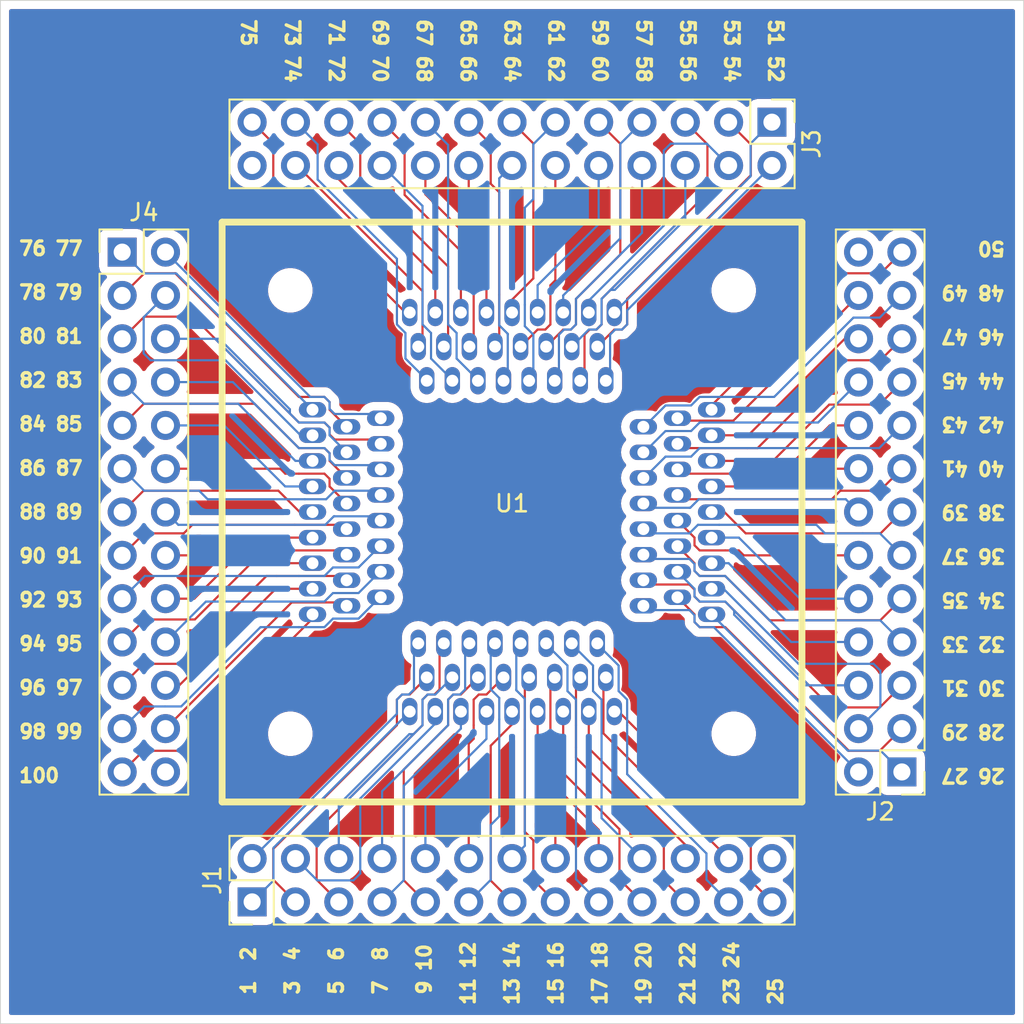
<source format=kicad_pcb>
(kicad_pcb (version 20200628) (host pcbnew "5.99.0-unknown-1463dd1~101~ubuntu20.04.1")
  (layers (0 "F.Cu" signal) (31 "B.Cu" signal) (34 "B.Paste" user) (35 "F.Paste" user) (36 "B.SilkS" user) (37 "F.SilkS" user) (38 "B.Mask" user) (39 "F.Mask" user) (44 "Edge.Cuts" user))
  (net 0 "")
  (net 1 "Net-(J1-Pad25)")
  (net 2 "Net-(J1-Pad24)")
  (net 3 "Net-(J1-Pad23)")
  (net 4 "Net-(J1-Pad22)")
  (net 5 "Net-(J1-Pad21)")
  (net 6 "Net-(J1-Pad20)")
  (net 7 "Net-(J1-Pad19)")
  (net 8 "Net-(J1-Pad18)")
  (net 9 "Net-(J1-Pad17)")
  (net 10 "Net-(J1-Pad16)")
  (net 11 "Net-(J1-Pad15)")
  (net 12 "Net-(J1-Pad14)")
  (net 13 "Net-(J1-Pad13)")
  (net 14 "Net-(J1-Pad12)")
  (net 15 "Net-(J1-Pad11)")
  (net 16 "Net-(J1-Pad10)")
  (net 17 "Net-(J1-Pad9)")
  (net 18 "Net-(J1-Pad8)")
  (net 19 "Net-(J1-Pad7)")
  (net 20 "Net-(J1-Pad6)")
  (net 21 "Net-(J1-Pad5)")
  (net 22 "Net-(J1-Pad4)")
  (net 23 "Net-(J1-Pad3)")
  (net 24 "Net-(J1-Pad2)")
  (net 25 "Net-(J1-Pad1)")
  (net 26 "Net-(J2-Pad25)")
  (net 27 "Net-(J2-Pad24)")
  (net 28 "Net-(J2-Pad23)")
  (net 29 "Net-(J2-Pad22)")
  (net 30 "Net-(J2-Pad21)")
  (net 31 "Net-(J2-Pad20)")
  (net 32 "Net-(J2-Pad19)")
  (net 33 "Net-(J2-Pad18)")
  (net 34 "Net-(J2-Pad17)")
  (net 35 "Net-(J2-Pad16)")
  (net 36 "Net-(J2-Pad15)")
  (net 37 "Net-(J2-Pad14)")
  (net 38 "Net-(J2-Pad13)")
  (net 39 "Net-(J2-Pad12)")
  (net 40 "Net-(J2-Pad11)")
  (net 41 "Net-(J2-Pad10)")
  (net 42 "Net-(J2-Pad9)")
  (net 43 "Net-(J2-Pad8)")
  (net 44 "Net-(J2-Pad7)")
  (net 45 "Net-(J2-Pad6)")
  (net 46 "Net-(J2-Pad5)")
  (net 47 "Net-(J2-Pad4)")
  (net 48 "Net-(J2-Pad3)")
  (net 49 "Net-(J2-Pad2)")
  (net 50 "Net-(J2-Pad1)")
  (net 51 "Net-(J3-Pad25)")
  (net 52 "Net-(J3-Pad24)")
  (net 53 "Net-(J3-Pad23)")
  (net 54 "Net-(J3-Pad22)")
  (net 55 "Net-(J3-Pad21)")
  (net 56 "Net-(J3-Pad20)")
  (net 57 "Net-(J3-Pad19)")
  (net 58 "Net-(J3-Pad18)")
  (net 59 "Net-(J3-Pad17)")
  (net 60 "Net-(J3-Pad16)")
  (net 61 "Net-(J3-Pad15)")
  (net 62 "Net-(J3-Pad14)")
  (net 63 "Net-(J3-Pad13)")
  (net 64 "Net-(J3-Pad12)")
  (net 65 "Net-(J3-Pad11)")
  (net 66 "Net-(J3-Pad10)")
  (net 67 "Net-(J3-Pad9)")
  (net 68 "Net-(J3-Pad8)")
  (net 69 "Net-(J3-Pad7)")
  (net 70 "Net-(J3-Pad6)")
  (net 71 "Net-(J3-Pad5)")
  (net 72 "Net-(J3-Pad4)")
  (net 73 "Net-(J3-Pad3)")
  (net 74 "Net-(J3-Pad2)")
  (net 75 "Net-(J3-Pad1)")
  (net 76 "Net-(J4-Pad25)")
  (net 77 "Net-(J4-Pad24)")
  (net 78 "Net-(J4-Pad23)")
  (net 79 "Net-(J4-Pad22)")
  (net 80 "Net-(J4-Pad21)")
  (net 81 "Net-(J4-Pad20)")
  (net 82 "Net-(J4-Pad19)")
  (net 83 "Net-(J4-Pad18)")
  (net 84 "Net-(J4-Pad17)")
  (net 85 "Net-(J4-Pad16)")
  (net 86 "Net-(J4-Pad15)")
  (net 87 "Net-(J4-Pad14)")
  (net 88 "Net-(J4-Pad13)")
  (net 89 "Net-(J4-Pad12)")
  (net 90 "Net-(J4-Pad11)")
  (net 91 "Net-(J4-Pad10)")
  (net 92 "Net-(J4-Pad9)")
  (net 93 "Net-(J4-Pad8)")
  (net 94 "Net-(J4-Pad7)")
  (net 95 "Net-(J4-Pad6)")
  (net 96 "Net-(J4-Pad5)")
  (net 97 "Net-(J4-Pad4)")
  (net 98 "Net-(J4-Pad3)")
  (net 99 "Net-(J4-Pad2)")
  (net 100 "Net-(J4-Pad1)")
  (net 101 "Net-(J1-Pad26)")
  (net 102 "Net-(J2-Pad26)")
  (net 103 "Net-(J3-Pad26)")
  (net 104 "Net-(J4-Pad26)")
  (module "JBC_mechanical:QFP100socket" (layer "F.Cu") (at 100 100)
    (fp_text reference "U1" (at 0 -0.5 unlocked) (layer "F.SilkS"))
    (fp_text value "QFP100Socket")
    (pad "" np_thru_hole circle (at -13 13) (size 1.6 1.6) (drill 1.6) (layers *.Cu *.Mask))
    (pad "" np_thru_hole circle (at 13 -13) (size 1.6 1.6) (drill 1.6) (layers *.Cu *.Mask))
    (pad "" np_thru_hole circle (at -13 -13) (size 1.6 1.6) (drill 1.6) (layers *.Cu *.Mask))
    (pad "" np_thru_hole circle (at 13 13) (size 1.6 1.6) (drill 1.6) (layers *.Cu *.Mask))
    (pad "87" thru_hole oval (at -9.7 -0.5 270) (size 0.9 1.6) (drill 0.7) (layers *.Cu *.Mask) (net 89 "Net-(J4-Pad12)"))
    (pad "81" thru_hole oval (at -9.7 -3.5 270) (size 0.9 1.6) (drill 0.7) (layers *.Cu *.Mask) (net 95 "Net-(J4-Pad6)"))
    (pad "91" thru_hole oval (at -11.7 1.5 270) (size 0.9 1.6) (drill 0.7) (layers *.Cu *.Mask) (net 85 "Net-(J4-Pad16)"))
    (pad "85" thru_hole oval (at -11.7 -1.5 270) (size 0.9 1.6) (drill 0.7) (layers *.Cu *.Mask) (net 91 "Net-(J4-Pad10)"))
    (pad "94" thru_hole oval (at -11.7 3 270) (size 0.9 1.6) (drill 0.7) (layers *.Cu *.Mask) (net 82 "Net-(J4-Pad19)"))
    (pad "77" thru_hole oval (at -7.7 -5.5 270) (size 0.9 1.6) (drill 0.7) (layers *.Cu *.Mask) (net 99 "Net-(J4-Pad2)"))
    (pad "93" thru_hole oval (at -9.7 2.5 270) (size 0.9 1.6) (drill 0.7) (layers *.Cu *.Mask) (net 83 "Net-(J4-Pad18)"))
    (pad "96" thru_hole oval (at -9.7 4 270) (size 0.9 1.6) (drill 0.7) (layers *.Cu *.Mask) (net 80 "Net-(J4-Pad21)"))
    (pad "76" thru_hole oval (at -11.7 -6 270) (size 0.9 1.6) (drill 0.7) (layers *.Cu *.Mask) (net 100 "Net-(J4-Pad1)"))
    (pad "80" thru_hole oval (at -7.7 -4 270) (size 0.9 1.6) (drill 0.7) (layers *.Cu *.Mask) (net 96 "Net-(J4-Pad5)"))
    (pad "86" thru_hole oval (at -7.7 -1 270) (size 0.9 1.6) (drill 0.7) (layers *.Cu *.Mask) (net 90 "Net-(J4-Pad11)"))
    (pad "79" thru_hole oval (at -11.7 -4.5 270) (size 0.9 1.6) (drill 0.7) (layers *.Cu *.Mask) (net 97 "Net-(J4-Pad4)"))
    (pad "83" thru_hole oval (at -7.7 -2.5 270) (size 0.9 1.6) (drill 0.7) (layers *.Cu *.Mask) (net 93 "Net-(J4-Pad8)"))
    (pad "88" thru_hole oval (at -11.7 0 270) (size 0.9 1.6) (drill 0.7) (layers *.Cu *.Mask) (net 88 "Net-(J4-Pad13)"))
    (pad "95" thru_hole oval (at -7.7 3.5 270) (size 0.9 1.6) (drill 0.7) (layers *.Cu *.Mask) (net 81 "Net-(J4-Pad20)"))
    (pad "92" thru_hole oval (at -7.7 2 270) (size 0.9 1.6) (drill 0.7) (layers *.Cu *.Mask) (net 84 "Net-(J4-Pad17)"))
    (pad "100" thru_hole oval (at -11.7 6 270) (size 0.9 1.6) (drill 0.7) (layers *.Cu *.Mask) (net 76 "Net-(J4-Pad25)"))
    (pad "82" thru_hole oval (at -11.7 -3 270) (size 0.9 1.6) (drill 0.7) (layers *.Cu *.Mask) (net 94 "Net-(J4-Pad7)"))
    (pad "99" thru_hole oval (at -9.7 5.5 270) (size 0.9 1.6) (drill 0.7) (layers *.Cu *.Mask) (net 77 "Net-(J4-Pad24)"))
    (pad "78" thru_hole oval (at -9.7 -5 270) (size 0.9 1.6) (drill 0.7) (layers *.Cu *.Mask) (net 98 "Net-(J4-Pad3)"))
    (pad "84" thru_hole oval (at -9.7 -2 270) (size 0.9 1.6) (drill 0.7) (layers *.Cu *.Mask) (net 92 "Net-(J4-Pad9)"))
    (pad "97" thru_hole oval (at -11.7 4.5 270) (size 0.9 1.6) (drill 0.7) (layers *.Cu *.Mask) (net 79 "Net-(J4-Pad22)"))
    (pad "98" thru_hole oval (at -7.7 5 270) (size 0.9 1.6) (drill 0.7) (layers *.Cu *.Mask) (net 78 "Net-(J4-Pad23)"))
    (pad "89" thru_hole oval (at -7.7 0.5 270) (size 0.9 1.6) (drill 0.7) (layers *.Cu *.Mask) (net 87 "Net-(J4-Pad14)"))
    (pad "90" thru_hole oval (at -9.7 1 270) (size 0.9 1.6) (drill 0.7) (layers *.Cu *.Mask) (net 86 "Net-(J4-Pad15)"))
    (pad "65" thru_hole oval (at -1 -9.7 180) (size 0.9 1.6) (drill 0.7) (layers *.Cu *.Mask) (net 61 "Net-(J3-Pad15)"))
    (pad "56" thru_hole oval (at 3.5 -9.7 180) (size 0.9 1.6) (drill 0.7) (layers *.Cu *.Mask) (net 70 "Net-(J3-Pad6)"))
    (pad "57" thru_hole oval (at 3 -11.7 180) (size 0.9 1.6) (drill 0.7) (layers *.Cu *.Mask) (net 69 "Net-(J3-Pad7)"))
    (pad "62" thru_hole oval (at 0.5 -9.7 180) (size 0.9 1.6) (drill 0.7) (layers *.Cu *.Mask) (net 64 "Net-(J3-Pad12)"))
    (pad "61" thru_hole oval (at 1 -7.7 180) (size 0.9 1.6) (drill 0.7) (layers *.Cu *.Mask) (net 65 "Net-(J3-Pad11)"))
    (pad "73" thru_hole oval (at -5 -7.7 180) (size 0.9 1.6) (drill 0.7) (layers *.Cu *.Mask) (net 53 "Net-(J3-Pad23)"))
    (pad "55" thru_hole oval (at 4 -7.7 180) (size 0.9 1.6) (drill 0.7) (layers *.Cu *.Mask) (net 71 "Net-(J3-Pad5)"))
    (pad "63" thru_hole oval (at 0 -11.7 180) (size 0.9 1.6) (drill 0.7) (layers *.Cu *.Mask) (net 63 "Net-(J3-Pad13)"))
    (pad "66" thru_hole oval (at -1.5 -11.7 180) (size 0.9 1.6) (drill 0.7) (layers *.Cu *.Mask) (net 60 "Net-(J3-Pad16)"))
    (pad "52" thru_hole oval (at 5.5 -7.7 180) (size 0.9 1.6) (drill 0.7) (layers *.Cu *.Mask) (net 74 "Net-(J3-Pad2)"))
    (pad "72" thru_hole oval (at -4.5 -11.7 180) (size 0.9 1.6) (drill 0.7) (layers *.Cu *.Mask) (net 54 "Net-(J3-Pad22)"))
    (pad "75" thru_hole oval (at -6 -11.7 180) (size 0.9 1.6) (drill 0.7) (layers *.Cu *.Mask) (net 51 "Net-(J3-Pad25)"))
    (pad "69" thru_hole oval (at -3 -11.7 180) (size 0.9 1.6) (drill 0.7) (layers *.Cu *.Mask) (net 57 "Net-(J3-Pad19)"))
    (pad "53" thru_hole oval (at 5 -9.7 180) (size 0.9 1.6) (drill 0.7) (layers *.Cu *.Mask) (net 73 "Net-(J3-Pad3)"))
    (pad "67" thru_hole oval (at -2 -7.7 180) (size 0.9 1.6) (drill 0.7) (layers *.Cu *.Mask) (net 59 "Net-(J3-Pad17)"))
    (pad "59" thru_hole oval (at 2 -9.7 180) (size 0.9 1.6) (drill 0.7) (layers *.Cu *.Mask) (net 67 "Net-(J3-Pad9)"))
    (pad "60" thru_hole oval (at 1.5 -11.7 180) (size 0.9 1.6) (drill 0.7) (layers *.Cu *.Mask) (net 66 "Net-(J3-Pad10)"))
    (pad "70" thru_hole oval (at -3.5 -7.7 180) (size 0.9 1.6) (drill 0.7) (layers *.Cu *.Mask) (net 56 "Net-(J3-Pad20)"))
    (pad "54" thru_hole oval (at 4.5 -11.7 180) (size 0.9 1.6) (drill 0.7) (layers *.Cu *.Mask) (net 72 "Net-(J3-Pad4)"))
    (pad "58" thru_hole oval (at 2.5 -7.7 180) (size 0.9 1.6) (drill 0.7) (layers *.Cu *.Mask) (net 68 "Net-(J3-Pad8)"))
    (pad "74" thru_hole oval (at -5.5 -9.7 180) (size 0.9 1.6) (drill 0.7) (layers *.Cu *.Mask) (net 52 "Net-(J3-Pad24)"))
    (pad "64" thru_hole oval (at -0.5 -7.7 180) (size 0.9 1.6) (drill 0.7) (layers *.Cu *.Mask) (net 62 "Net-(J3-Pad14)"))
    (pad "51" thru_hole oval (at 6 -11.7 180) (size 0.9 1.6) (drill 0.7) (layers *.Cu *.Mask) (net 75 "Net-(J3-Pad1)"))
    (pad "68" thru_hole oval (at -2.5 -9.7 180) (size 0.9 1.6) (drill 0.7) (layers *.Cu *.Mask) (net 58 "Net-(J3-Pad18)"))
    (pad "71" thru_hole oval (at -4 -9.7 180) (size 0.9 1.6) (drill 0.7) (layers *.Cu *.Mask) (net 55 "Net-(J3-Pad21)"))
    (pad "49" thru_hole oval (at 9.7 -5.5 90) (size 0.9 1.6) (drill 0.7) (layers *.Cu *.Mask) (net 27 "Net-(J2-Pad24)"))
    (pad "39" thru_hole oval (at 7.7 -0.5 90) (size 0.9 1.6) (drill 0.7) (layers *.Cu *.Mask) (net 37 "Net-(J2-Pad14)"))
    (pad "30" thru_hole oval (at 7.7 4 90) (size 0.9 1.6) (drill 0.7) (layers *.Cu *.Mask) (net 46 "Net-(J2-Pad5)"))
    (pad "43" thru_hole oval (at 9.7 -2.5 90) (size 0.9 1.6) (drill 0.7) (layers *.Cu *.Mask) (net 33 "Net-(J2-Pad18)"))
    (pad "46" thru_hole oval (at 9.7 -4 90) (size 0.9 1.6) (drill 0.7) (layers *.Cu *.Mask) (net 30 "Net-(J2-Pad21)"))
    (pad "42" thru_hole oval (at 7.7 -2 90) (size 0.9 1.6) (drill 0.7) (layers *.Cu *.Mask) (net 34 "Net-(J2-Pad17)"))
    (pad "48" thru_hole oval (at 7.7 -5 90) (size 0.9 1.6) (drill 0.7) (layers *.Cu *.Mask) (net 28 "Net-(J2-Pad23)"))
    (pad "26" thru_hole oval (at 11.7 6 90) (size 0.9 1.6) (drill 0.7) (layers *.Cu *.Mask) (net 50 "Net-(J2-Pad1)"))
    (pad "47" thru_hole oval (at 11.7 -4.5 90) (size 0.9 1.6) (drill 0.7) (layers *.Cu *.Mask) (net 29 "Net-(J2-Pad22)"))
    (pad "28" thru_hole oval (at 9.7 5 90) (size 0.9 1.6) (drill 0.7) (layers *.Cu *.Mask) (net 48 "Net-(J2-Pad3)"))
    (pad "36" thru_hole oval (at 7.7 1 90) (size 0.9 1.6) (drill 0.7) (layers *.Cu *.Mask) (net 40 "Net-(J2-Pad11)"))
    (pad "37" thru_hole oval (at 9.7 0.5 90) (size 0.9 1.6) (drill 0.7) (layers *.Cu *.Mask) (net 39 "Net-(J2-Pad12)"))
    (pad "34" thru_hole oval (at 9.7 2 90) (size 0.9 1.6) (drill 0.7) (layers *.Cu *.Mask) (net 42 "Net-(J2-Pad9)"))
    (pad "31" thru_hole oval (at 9.7 3.5 90) (size 0.9 1.6) (drill 0.7) (layers *.Cu *.Mask) (net 45 "Net-(J2-Pad6)"))
    (pad "40" thru_hole oval (at 9.7 -1 90) (size 0.9 1.6) (drill 0.7) (layers *.Cu *.Mask) (net 36 "Net-(J2-Pad15)"))
    (pad "29" thru_hole oval (at 11.7 4.5 90) (size 0.9 1.6) (drill 0.7) (layers *.Cu *.Mask) (net 47 "Net-(J2-Pad4)"))
    (pad "41" thru_hole oval (at 11.7 -1.5 90) (size 0.9 1.6) (drill 0.7) (layers *.Cu *.Mask) (net 35 "Net-(J2-Pad16)"))
    (pad "32" thru_hole oval (at 11.7 3 90) (size 0.9 1.6) (drill 0.7) (layers *.Cu *.Mask) (net 44 "Net-(J2-Pad7)"))
    (pad "50" thru_hole oval (at 11.7 -6 90) (size 0.9 1.6) (drill 0.7) (layers *.Cu *.Mask) (net 26 "Net-(J2-Pad25)"))
    (pad "27" thru_hole oval (at 7.7 5.5 90) (size 0.9 1.6) (drill 0.7) (layers *.Cu *.Mask) (net 49 "Net-(J2-Pad2)"))
    (pad "35" thru_hole oval (at 11.7 1.5 90) (size 0.9 1.6) (drill 0.7) (layers *.Cu *.Mask) (net 41 "Net-(J2-Pad10)"))
    (pad "45" thru_hole oval (at 7.7 -3.5 90) (size 0.9 1.6) (drill 0.7) (layers *.Cu *.Mask) (net 31 "Net-(J2-Pad20)"))
    (pad "44" thru_hole oval (at 11.7 -3 90) (size 0.9 1.6) (drill 0.7) (layers *.Cu *.Mask) (net 32 "Net-(J2-Pad19)"))
    (pad "33" thru_hole oval (at 7.7 2.5 90) (size 0.9 1.6) (drill 0.7) (layers *.Cu *.Mask) (net 43 "Net-(J2-Pad8)"))
    (pad "38" thru_hole oval (at 11.7 0 90) (size 0.9 1.6) (drill 0.7) (layers *.Cu *.Mask) (net 38 "Net-(J2-Pad13)"))
    (pad "13" thru_hole oval (at 0 11.7) (size 0.9 1.6) (drill 0.7) (layers *.Cu *.Mask) (net 13 "Net-(J1-Pad13)"))
    (pad "12" thru_hole oval (at -0.5 9.7) (size 0.9 1.6) (drill 0.7) (layers *.Cu *.Mask) (net 14 "Net-(J1-Pad12)"))
    (pad "11" thru_hole oval (at -1 7.7) (size 0.9 1.6) (drill 0.7) (layers *.Cu *.Mask) (net 15 "Net-(J1-Pad11)"))
    (pad "9" thru_hole oval (at -2 9.7) (size 0.9 1.6) (drill 0.7) (layers *.Cu *.Mask) (net 17 "Net-(J1-Pad9)"))
    (pad "8" thru_hole oval (at -2.5 7.7) (size 0.9 1.6) (drill 0.7) (layers *.Cu *.Mask) (net 18 "Net-(J1-Pad8)"))
    (pad "10" thru_hole oval (at -1.5 11.7) (size 0.9 1.6) (drill 0.7) (layers *.Cu *.Mask) (net 16 "Net-(J1-Pad10)"))
    (pad "4" thru_hole oval (at -4.5 11.7) (size 0.9 1.6) (drill 0.7) (layers *.Cu *.Mask) (net 22 "Net-(J1-Pad4)"))
    (pad "6" thru_hole oval (at -3.5 9.7) (size 0.9 1.6) (drill 0.7) (layers *.Cu *.Mask) (net 20 "Net-(J1-Pad6)"))
    (pad "2" thru_hole oval (at -5.5 7.7) (size 0.9 1.6) (drill 0.7) (layers *.Cu *.Mask) (net 24 "Net-(J1-Pad2)"))
    (pad "5" thru_hole oval (at -4 7.7) (size 0.9 1.6) (drill 0.7) (layers *.Cu *.Mask) (net 21 "Net-(J1-Pad5)"))
    (pad "7" thru_hole oval (at -3 11.7) (size 0.9 1.6) (drill 0.7) (layers *.Cu *.Mask) (net 19 "Net-(J1-Pad7)"))
    (pad "3" thru_hole oval (at -5 9.7) (size 0.9 1.6) (drill 0.7) (layers *.Cu *.Mask) (net 23 "Net-(J1-Pad3)"))
    (pad "1" thru_hole oval (at -6 11.7) (size 0.9 1.6) (drill 0.7) (layers *.Cu *.Mask) (net 25 "Net-(J1-Pad1)"))
    (pad "14" thru_hole oval (at 0.5 7.7) (size 0.9 1.6) (drill 0.7) (layers *.Cu *.Mask) (net 12 "Net-(J1-Pad14)"))
    (pad "22" thru_hole oval (at 4.5 11.7) (size 0.9 1.6) (drill 0.7) (layers *.Cu *.Mask) (net 4 "Net-(J1-Pad22)"))
    (pad "19" thru_hole oval (at 3 11.7) (size 0.9 1.6) (drill 0.7) (layers *.Cu *.Mask) (net 7 "Net-(J1-Pad19)"))
    (pad "16" thru_hole oval (at 1.5 11.7) (size 0.9 1.6) (drill 0.7) (layers *.Cu *.Mask) (net 10 "Net-(J1-Pad16)"))
    (pad "24" thru_hole oval (at 5.5 9.7) (size 0.9 1.6) (drill 0.7) (layers *.Cu *.Mask) (net 2 "Net-(J1-Pad24)"))
    (pad "20" thru_hole oval (at 3.5 7.7) (size 0.9 1.6) (drill 0.7) (layers *.Cu *.Mask) (net 6 "Net-(J1-Pad20)"))
    (pad "23" thru_hole oval (at 5 7.7) (size 0.9 1.6) (drill 0.7) (layers *.Cu *.Mask) (net 3 "Net-(J1-Pad23)"))
    (pad "25" thru_hole oval (at 6 11.7) (size 0.9 1.6) (drill 0.7) (layers *.Cu *.Mask) (net 1 "Net-(J1-Pad25)"))
    (pad "17" thru_hole oval (at 2 7.7) (size 0.9 1.6) (drill 0.7) (layers *.Cu *.Mask) (net 9 "Net-(J1-Pad17)"))
    (pad "18" thru_hole oval (at 2.5 9.7) (size 0.9 1.6) (drill 0.7) (layers *.Cu *.Mask) (net 8 "Net-(J1-Pad18)"))
    (pad "15" thru_hole oval (at 1 9.7) (size 0.9 1.6) (drill 0.7) (layers *.Cu *.Mask) (net 11 "Net-(J1-Pad15)"))
    (pad "21" thru_hole oval (at 4 9.7) (size 0.9 1.6) (drill 0.7) (layers *.Cu *.Mask) (net 5 "Net-(J1-Pad21)"))
  )
  (module "Connector_PinHeader_2.54mm:PinHeader_2x13_P2.54mm_Vertical" (layer "F.Cu") (at 84.76 122.86 90)
    (fp_text reference "J1" (at 1.27 -2.33 90) (layer "F.SilkS"))
    (fp_text value "Conn_01x26")
    (pad "26" thru_hole oval (at 2.54 30.48 90) (size 1.7 1.7) (drill 1) (layers *.Cu *.Mask) (net 101 "Net-(J1-Pad26)"))
    (pad "25" thru_hole oval (at 0 30.48 90) (size 1.7 1.7) (drill 1) (layers *.Cu *.Mask) (net 1 "Net-(J1-Pad25)"))
    (pad "24" thru_hole oval (at 2.54 27.94 90) (size 1.7 1.7) (drill 1) (layers *.Cu *.Mask) (net 2 "Net-(J1-Pad24)"))
    (pad "23" thru_hole oval (at 0 27.94 90) (size 1.7 1.7) (drill 1) (layers *.Cu *.Mask) (net 3 "Net-(J1-Pad23)"))
    (pad "22" thru_hole oval (at 2.54 25.4 90) (size 1.7 1.7) (drill 1) (layers *.Cu *.Mask) (net 4 "Net-(J1-Pad22)"))
    (pad "21" thru_hole oval (at 0 25.4 90) (size 1.7 1.7) (drill 1) (layers *.Cu *.Mask) (net 5 "Net-(J1-Pad21)"))
    (pad "20" thru_hole oval (at 2.54 22.86 90) (size 1.7 1.7) (drill 1) (layers *.Cu *.Mask) (net 6 "Net-(J1-Pad20)"))
    (pad "19" thru_hole oval (at 0 22.86 90) (size 1.7 1.7) (drill 1) (layers *.Cu *.Mask) (net 7 "Net-(J1-Pad19)"))
    (pad "18" thru_hole oval (at 2.54 20.32 90) (size 1.7 1.7) (drill 1) (layers *.Cu *.Mask) (net 8 "Net-(J1-Pad18)"))
    (pad "17" thru_hole oval (at 0 20.32 90) (size 1.7 1.7) (drill 1) (layers *.Cu *.Mask) (net 9 "Net-(J1-Pad17)"))
    (pad "16" thru_hole oval (at 2.54 17.78 90) (size 1.7 1.7) (drill 1) (layers *.Cu *.Mask) (net 10 "Net-(J1-Pad16)"))
    (pad "15" thru_hole oval (at 0 17.78 90) (size 1.7 1.7) (drill 1) (layers *.Cu *.Mask) (net 11 "Net-(J1-Pad15)"))
    (pad "14" thru_hole oval (at 2.54 15.24 90) (size 1.7 1.7) (drill 1) (layers *.Cu *.Mask) (net 12 "Net-(J1-Pad14)"))
    (pad "13" thru_hole oval (at 0 15.24 90) (size 1.7 1.7) (drill 1) (layers *.Cu *.Mask) (net 13 "Net-(J1-Pad13)"))
    (pad "12" thru_hole oval (at 2.54 12.7 90) (size 1.7 1.7) (drill 1) (layers *.Cu *.Mask) (net 14 "Net-(J1-Pad12)"))
    (pad "11" thru_hole oval (at 0 12.7 90) (size 1.7 1.7) (drill 1) (layers *.Cu *.Mask) (net 15 "Net-(J1-Pad11)"))
    (pad "10" thru_hole oval (at 2.54 10.16 90) (size 1.7 1.7) (drill 1) (layers *.Cu *.Mask) (net 16 "Net-(J1-Pad10)"))
    (pad "9" thru_hole oval (at 0 10.16 90) (size 1.7 1.7) (drill 1) (layers *.Cu *.Mask) (net 17 "Net-(J1-Pad9)"))
    (pad "8" thru_hole oval (at 2.54 7.62 90) (size 1.7 1.7) (drill 1) (layers *.Cu *.Mask) (net 18 "Net-(J1-Pad8)"))
    (pad "7" thru_hole oval (at 0 7.62 90) (size 1.7 1.7) (drill 1) (layers *.Cu *.Mask) (net 19 "Net-(J1-Pad7)"))
    (pad "6" thru_hole oval (at 2.54 5.08 90) (size 1.7 1.7) (drill 1) (layers *.Cu *.Mask) (net 20 "Net-(J1-Pad6)"))
    (pad "5" thru_hole oval (at 0 5.08 90) (size 1.7 1.7) (drill 1) (layers *.Cu *.Mask) (net 21 "Net-(J1-Pad5)"))
    (pad "4" thru_hole oval (at 2.54 2.54 90) (size 1.7 1.7) (drill 1) (layers *.Cu *.Mask) (net 22 "Net-(J1-Pad4)"))
    (pad "3" thru_hole oval (at 0 2.54 90) (size 1.7 1.7) (drill 1) (layers *.Cu *.Mask) (net 23 "Net-(J1-Pad3)"))
    (pad "2" thru_hole oval (at 2.54 0 90) (size 1.7 1.7) (drill 1) (layers *.Cu *.Mask) (net 24 "Net-(J1-Pad2)"))
    (pad "1" thru_hole rect (at 0 0 90) (size 1.7 1.7) (drill 1) (layers *.Cu *.Mask) (net 25 "Net-(J1-Pad1)"))
  )
  (module "Connector_PinHeader_2.54mm:PinHeader_2x13_P2.54mm_Vertical" (layer "F.Cu") (at 77.14 84.76)
    (fp_text reference "J4" (at 1.27 -2.33 180) (layer "F.SilkS"))
    (fp_text value "Conn_01x26")
    (pad "26" thru_hole oval (at 2.54 30.48) (size 1.7 1.7) (drill 1) (layers *.Cu *.Mask) (net 104 "Net-(J4-Pad26)"))
    (pad "25" thru_hole oval (at 0 30.48) (size 1.7 1.7) (drill 1) (layers *.Cu *.Mask) (net 76 "Net-(J4-Pad25)"))
    (pad "24" thru_hole oval (at 2.54 27.94) (size 1.7 1.7) (drill 1) (layers *.Cu *.Mask) (net 77 "Net-(J4-Pad24)"))
    (pad "23" thru_hole oval (at 0 27.94) (size 1.7 1.7) (drill 1) (layers *.Cu *.Mask) (net 78 "Net-(J4-Pad23)"))
    (pad "22" thru_hole oval (at 2.54 25.4) (size 1.7 1.7) (drill 1) (layers *.Cu *.Mask) (net 79 "Net-(J4-Pad22)"))
    (pad "21" thru_hole oval (at 0 25.4) (size 1.7 1.7) (drill 1) (layers *.Cu *.Mask) (net 80 "Net-(J4-Pad21)"))
    (pad "20" thru_hole oval (at 2.54 22.86) (size 1.7 1.7) (drill 1) (layers *.Cu *.Mask) (net 81 "Net-(J4-Pad20)"))
    (pad "19" thru_hole oval (at 0 22.86) (size 1.7 1.7) (drill 1) (layers *.Cu *.Mask) (net 82 "Net-(J4-Pad19)"))
    (pad "18" thru_hole oval (at 2.54 20.32) (size 1.7 1.7) (drill 1) (layers *.Cu *.Mask) (net 83 "Net-(J4-Pad18)"))
    (pad "17" thru_hole oval (at 0 20.32) (size 1.7 1.7) (drill 1) (layers *.Cu *.Mask) (net 84 "Net-(J4-Pad17)"))
    (pad "16" thru_hole oval (at 2.54 17.78) (size 1.7 1.7) (drill 1) (layers *.Cu *.Mask) (net 85 "Net-(J4-Pad16)"))
    (pad "15" thru_hole oval (at 0 17.78) (size 1.7 1.7) (drill 1) (layers *.Cu *.Mask) (net 86 "Net-(J4-Pad15)"))
    (pad "14" thru_hole oval (at 2.54 15.24) (size 1.7 1.7) (drill 1) (layers *.Cu *.Mask) (net 87 "Net-(J4-Pad14)"))
    (pad "13" thru_hole oval (at 0 15.24) (size 1.7 1.7) (drill 1) (layers *.Cu *.Mask) (net 88 "Net-(J4-Pad13)"))
    (pad "12" thru_hole oval (at 2.54 12.7) (size 1.7 1.7) (drill 1) (layers *.Cu *.Mask) (net 89 "Net-(J4-Pad12)"))
    (pad "11" thru_hole oval (at 0 12.7) (size 1.7 1.7) (drill 1) (layers *.Cu *.Mask) (net 90 "Net-(J4-Pad11)"))
    (pad "10" thru_hole oval (at 2.54 10.16) (size 1.7 1.7) (drill 1) (layers *.Cu *.Mask) (net 91 "Net-(J4-Pad10)"))
    (pad "9" thru_hole oval (at 0 10.16) (size 1.7 1.7) (drill 1) (layers *.Cu *.Mask) (net 92 "Net-(J4-Pad9)"))
    (pad "8" thru_hole oval (at 2.54 7.62) (size 1.7 1.7) (drill 1) (layers *.Cu *.Mask) (net 93 "Net-(J4-Pad8)"))
    (pad "7" thru_hole oval (at 0 7.62) (size 1.7 1.7) (drill 1) (layers *.Cu *.Mask) (net 94 "Net-(J4-Pad7)"))
    (pad "6" thru_hole oval (at 2.54 5.08) (size 1.7 1.7) (drill 1) (layers *.Cu *.Mask) (net 95 "Net-(J4-Pad6)"))
    (pad "5" thru_hole oval (at 0 5.08) (size 1.7 1.7) (drill 1) (layers *.Cu *.Mask) (net 96 "Net-(J4-Pad5)"))
    (pad "4" thru_hole oval (at 2.54 2.54) (size 1.7 1.7) (drill 1) (layers *.Cu *.Mask) (net 97 "Net-(J4-Pad4)"))
    (pad "3" thru_hole oval (at 0 2.54) (size 1.7 1.7) (drill 1) (layers *.Cu *.Mask) (net 98 "Net-(J4-Pad3)"))
    (pad "2" thru_hole oval (at 2.54 0) (size 1.7 1.7) (drill 1) (layers *.Cu *.Mask) (net 99 "Net-(J4-Pad2)"))
    (pad "1" thru_hole rect (at 0 0) (size 1.7 1.7) (drill 1) (layers *.Cu *.Mask) (net 100 "Net-(J4-Pad1)"))
  )
  (module "Connector_PinHeader_2.54mm:PinHeader_2x13_P2.54mm_Vertical" (layer "F.Cu") (at 115.24 77.14 -90)
    (fp_text reference "J3" (at 1.27 -2.33 -90) (layer "F.SilkS"))
    (fp_text value "Conn_01x26")
    (pad "26" thru_hole oval (at 2.54 30.48 270) (size 1.7 1.7) (drill 1) (layers *.Cu *.Mask) (net 103 "Net-(J3-Pad26)"))
    (pad "25" thru_hole oval (at 0 30.48 270) (size 1.7 1.7) (drill 1) (layers *.Cu *.Mask) (net 51 "Net-(J3-Pad25)"))
    (pad "24" thru_hole oval (at 2.54 27.94 270) (size 1.7 1.7) (drill 1) (layers *.Cu *.Mask) (net 52 "Net-(J3-Pad24)"))
    (pad "23" thru_hole oval (at 0 27.94 270) (size 1.7 1.7) (drill 1) (layers *.Cu *.Mask) (net 53 "Net-(J3-Pad23)"))
    (pad "22" thru_hole oval (at 2.54 25.4 270) (size 1.7 1.7) (drill 1) (layers *.Cu *.Mask) (net 54 "Net-(J3-Pad22)"))
    (pad "21" thru_hole oval (at 0 25.4 270) (size 1.7 1.7) (drill 1) (layers *.Cu *.Mask) (net 55 "Net-(J3-Pad21)"))
    (pad "20" thru_hole oval (at 2.54 22.86 270) (size 1.7 1.7) (drill 1) (layers *.Cu *.Mask) (net 56 "Net-(J3-Pad20)"))
    (pad "19" thru_hole oval (at 0 22.86 270) (size 1.7 1.7) (drill 1) (layers *.Cu *.Mask) (net 57 "Net-(J3-Pad19)"))
    (pad "18" thru_hole oval (at 2.54 20.32 270) (size 1.7 1.7) (drill 1) (layers *.Cu *.Mask) (net 58 "Net-(J3-Pad18)"))
    (pad "17" thru_hole oval (at 0 20.32 270) (size 1.7 1.7) (drill 1) (layers *.Cu *.Mask) (net 59 "Net-(J3-Pad17)"))
    (pad "16" thru_hole oval (at 2.54 17.78 270) (size 1.7 1.7) (drill 1) (layers *.Cu *.Mask) (net 60 "Net-(J3-Pad16)"))
    (pad "15" thru_hole oval (at 0 17.78 270) (size 1.7 1.7) (drill 1) (layers *.Cu *.Mask) (net 61 "Net-(J3-Pad15)"))
    (pad "14" thru_hole oval (at 2.54 15.24 270) (size 1.7 1.7) (drill 1) (layers *.Cu *.Mask) (net 62 "Net-(J3-Pad14)"))
    (pad "13" thru_hole oval (at 0 15.24 270) (size 1.7 1.7) (drill 1) (layers *.Cu *.Mask) (net 63 "Net-(J3-Pad13)"))
    (pad "12" thru_hole oval (at 2.54 12.7 270) (size 1.7 1.7) (drill 1) (layers *.Cu *.Mask) (net 64 "Net-(J3-Pad12)"))
    (pad "11" thru_hole oval (at 0 12.7 270) (size 1.7 1.7) (drill 1) (layers *.Cu *.Mask) (net 65 "Net-(J3-Pad11)"))
    (pad "10" thru_hole oval (at 2.54 10.16 270) (size 1.7 1.7) (drill 1) (layers *.Cu *.Mask) (net 66 "Net-(J3-Pad10)"))
    (pad "9" thru_hole oval (at 0 10.16 270) (size 1.7 1.7) (drill 1) (layers *.Cu *.Mask) (net 67 "Net-(J3-Pad9)"))
    (pad "8" thru_hole oval (at 2.54 7.62 270) (size 1.7 1.7) (drill 1) (layers *.Cu *.Mask) (net 68 "Net-(J3-Pad8)"))
    (pad "7" thru_hole oval (at 0 7.62 270) (size 1.7 1.7) (drill 1) (layers *.Cu *.Mask) (net 69 "Net-(J3-Pad7)"))
    (pad "6" thru_hole oval (at 2.54 5.08 270) (size 1.7 1.7) (drill 1) (layers *.Cu *.Mask) (net 70 "Net-(J3-Pad6)"))
    (pad "5" thru_hole oval (at 0 5.08 270) (size 1.7 1.7) (drill 1) (layers *.Cu *.Mask) (net 71 "Net-(J3-Pad5)"))
    (pad "4" thru_hole oval (at 2.54 2.54 270) (size 1.7 1.7) (drill 1) (layers *.Cu *.Mask) (net 72 "Net-(J3-Pad4)"))
    (pad "3" thru_hole oval (at 0 2.54 270) (size 1.7 1.7) (drill 1) (layers *.Cu *.Mask) (net 73 "Net-(J3-Pad3)"))
    (pad "2" thru_hole oval (at 2.54 0 270) (size 1.7 1.7) (drill 1) (layers *.Cu *.Mask) (net 74 "Net-(J3-Pad2)"))
    (pad "1" thru_hole rect (at 0 0 270) (size 1.7 1.7) (drill 1) (layers *.Cu *.Mask) (net 75 "Net-(J3-Pad1)"))
  )
  (module "Connector_PinHeader_2.54mm:PinHeader_2x13_P2.54mm_Vertical" (layer "F.Cu") (at 122.86 115.24 180)
    (fp_text reference "J2" (at 1.27 -2.33) (layer "F.SilkS"))
    (fp_text value "Conn_01x26")
    (pad "26" thru_hole oval (at 2.54 30.48 180) (size 1.7 1.7) (drill 1) (layers *.Cu *.Mask) (net 102 "Net-(J2-Pad26)"))
    (pad "25" thru_hole oval (at 0 30.48 180) (size 1.7 1.7) (drill 1) (layers *.Cu *.Mask) (net 26 "Net-(J2-Pad25)"))
    (pad "24" thru_hole oval (at 2.54 27.94 180) (size 1.7 1.7) (drill 1) (layers *.Cu *.Mask) (net 27 "Net-(J2-Pad24)"))
    (pad "23" thru_hole oval (at 0 27.94 180) (size 1.7 1.7) (drill 1) (layers *.Cu *.Mask) (net 28 "Net-(J2-Pad23)"))
    (pad "22" thru_hole oval (at 2.54 25.4 180) (size 1.7 1.7) (drill 1) (layers *.Cu *.Mask) (net 29 "Net-(J2-Pad22)"))
    (pad "21" thru_hole oval (at 0 25.4 180) (size 1.7 1.7) (drill 1) (layers *.Cu *.Mask) (net 30 "Net-(J2-Pad21)"))
    (pad "20" thru_hole oval (at 2.54 22.86 180) (size 1.7 1.7) (drill 1) (layers *.Cu *.Mask) (net 31 "Net-(J2-Pad20)"))
    (pad "19" thru_hole oval (at 0 22.86 180) (size 1.7 1.7) (drill 1) (layers *.Cu *.Mask) (net 32 "Net-(J2-Pad19)"))
    (pad "18" thru_hole oval (at 2.54 20.32 180) (size 1.7 1.7) (drill 1) (layers *.Cu *.Mask) (net 33 "Net-(J2-Pad18)"))
    (pad "17" thru_hole oval (at 0 20.32 180) (size 1.7 1.7) (drill 1) (layers *.Cu *.Mask) (net 34 "Net-(J2-Pad17)"))
    (pad "16" thru_hole oval (at 2.54 17.78 180) (size 1.7 1.7) (drill 1) (layers *.Cu *.Mask) (net 35 "Net-(J2-Pad16)"))
    (pad "15" thru_hole oval (at 0 17.78 180) (size 1.7 1.7) (drill 1) (layers *.Cu *.Mask) (net 36 "Net-(J2-Pad15)"))
    (pad "14" thru_hole oval (at 2.54 15.24 180) (size 1.7 1.7) (drill 1) (layers *.Cu *.Mask) (net 37 "Net-(J2-Pad14)"))
    (pad "13" thru_hole oval (at 0 15.24 180) (size 1.7 1.7) (drill 1) (layers *.Cu *.Mask) (net 38 "Net-(J2-Pad13)"))
    (pad "12" thru_hole oval (at 2.54 12.7 180) (size 1.7 1.7) (drill 1) (layers *.Cu *.Mask) (net 39 "Net-(J2-Pad12)"))
    (pad "11" thru_hole oval (at 0 12.7 180) (size 1.7 1.7) (drill 1) (layers *.Cu *.Mask) (net 40 "Net-(J2-Pad11)"))
    (pad "10" thru_hole oval (at 2.54 10.16 180) (size 1.7 1.7) (drill 1) (layers *.Cu *.Mask) (net 41 "Net-(J2-Pad10)"))
    (pad "9" thru_hole oval (at 0 10.16 180) (size 1.7 1.7) (drill 1) (layers *.Cu *.Mask) (net 42 "Net-(J2-Pad9)"))
    (pad "8" thru_hole oval (at 2.54 7.62 180) (size 1.7 1.7) (drill 1) (layers *.Cu *.Mask) (net 43 "Net-(J2-Pad8)"))
    (pad "7" thru_hole oval (at 0 7.62 180) (size 1.7 1.7) (drill 1) (layers *.Cu *.Mask) (net 44 "Net-(J2-Pad7)"))
    (pad "6" thru_hole oval (at 2.54 5.08 180) (size 1.7 1.7) (drill 1) (layers *.Cu *.Mask) (net 45 "Net-(J2-Pad6)"))
    (pad "5" thru_hole oval (at 0 5.08 180) (size 1.7 1.7) (drill 1) (layers *.Cu *.Mask) (net 46 "Net-(J2-Pad5)"))
    (pad "4" thru_hole oval (at 2.54 2.54 180) (size 1.7 1.7) (drill 1) (layers *.Cu *.Mask) (net 47 "Net-(J2-Pad4)"))
    (pad "3" thru_hole oval (at 0 2.54 180) (size 1.7 1.7) (drill 1) (layers *.Cu *.Mask) (net 48 "Net-(J2-Pad3)"))
    (pad "2" thru_hole oval (at 2.54 0 180) (size 1.7 1.7) (drill 1) (layers *.Cu *.Mask) (net 49 "Net-(J2-Pad2)"))
    (pad "1" thru_hole rect (at 0 0 180) (size 1.7 1.7) (drill 1) (layers *.Cu *.Mask) (net 50 "Net-(J2-Pad1)"))
  )
  (gr_text "51 52\n\n53 54\n\n55 56\n\n57 58\n\n59 60\n\n61 62\n\n63 64\n\n65 66\n\n67 68\n\n69 70\n\n71 72\n\n73 74\n\n75 " (at 100 71 270) (layer "F.SilkS") (effects (font (size 0.8 0.8) (thickness 0.2)) (justify left)))
  (gr_text "76 77\n\n78 79\n\n80 81\n\n82 83\n\n84 85\n\n86 87\n\n88 89\n\n90 91\n\n92 93\n\n94 95\n\n96 97\n\n98 99\n\n100" (at 71 100) (layer "F.SilkS") (effects (font (size 0.8 0.8) (thickness 0.2)) (justify left)))
  (gr_text "26 27\n\n28 29\n\n30 31\n\n32 33\n\n34 35\n\n36 37\n\n38 39\n\n40 41\n\n42 43\n\n44 45\n\n46 47\n\n48 49\n\n50" (at 129 100 180) (layer "F.SilkS") (effects (font (size 0.8 0.8) (thickness 0.2)) (justify left)))
  (gr_text " 1  2\n\n 3  4\n\n 5  6\n\n 7  8\n\n 9 10\n\n11 12\n\n13 14\n\n15 16\n\n17 18\n\n19 20\n\n21 22\n\n23 24\n\n25 " (at 100 129 90) (layer "F.SilkS") (effects (font (size 0.8 0.8) (thickness 0.2)) (justify left)))
  (gr_line (start 70 130) (end 70 70) (layer "Edge.Cuts") (width 0.05))
  (gr_line (start 130 130) (end 70 130) (layer "Edge.Cuts") (width 0.05))
  (gr_line (start 130 70) (end 130 130) (layer "Edge.Cuts") (width 0.05))
  (gr_line (start 70 70) (end 130 70) (layer "Edge.Cuts") (width 0.05))
  (segment (start 105.75 89.6) (end 105.75 91.25) (width 0.127) (layer "B.Cu") (net 74))
  (segment (start 105.75 91.25) (end 105.75 92.05) (width 0.127) (layer "B.Cu") (net 74))
  (segment (start 105.75 92.05) (end 105.5 92.3) (width 0.127) (layer "B.Cu") (net 74))
  (segment (start 78.44 111.4) (end 79.65 111.4) (width 0.127) (layer "B.Cu") (net 78))
  (segment (start 85.25 106.75) (end 87.5 106.75) (width 0.127) (layer "B.Cu") (net 78))
  (segment (start 79.65 111.4) (end 80.6 111.4) (width 0.127) (layer "B.Cu") (net 78))
  (segment (start 80.6 111.4) (end 85.25 106.75) (width 0.127) (layer "B.Cu") (net 78))
  (segment (start 88.6 78.44) (end 88.6 78.8) (width 0.127) (layer "B.Cu") (net 53))
  (segment (start 88.6 78.8) (end 88.6 80.5) (width 0.127) (layer "B.Cu") (net 53))
  (segment (start 93.25 85.15) (end 93.25 87.5) (width 0.127) (layer "B.Cu") (net 53))
  (segment (start 88.6 80.5) (end 93.25 85.15) (width 0.127) (layer "B.Cu") (net 53))
  (segment (start 90.3 105.5) (end 90.1 105.3) (width 0.127) (layer "F.Cu") (net 77))
  (segment (start 90.1 105.3) (end 87.08 105.3) (width 0.127) (layer "F.Cu") (net 77))
  (segment (start 87.08 105.3) (end 79.68 112.7) (width 0.127) (layer "F.Cu") (net 77))
  (segment (start 94.75 89.85) (end 94.75 87.05) (width 0.127) (layer "F.Cu") (net 52))
  (segment (start 94.5 90.3) (end 94.5 90.1) (width 0.127) (layer "F.Cu") (net 52))
  (segment (start 87.38 79.68) (end 87.3 79.68) (width 0.127) (layer "F.Cu") (net 52))
  (segment (start 94.5 90.1) (end 94.75 89.85) (width 0.127) (layer "F.Cu") (net 52))
  (segment (start 94.75 87.05) (end 87.38 79.68) (width 0.127) (layer "F.Cu") (net 52))
  (segment (start 114 78.44) (end 112.7 77.14) (width 0.127) (layer "F.Cu") (net 73))
  (segment (start 78.39 86.01) (end 77.14 84.76) (width 0.127) (layer "B.Cu") (net 100))
  (segment (start 89.6 95.75) (end 92.05 95.75) (width 0.127) (layer "F.Cu") (net 96))
  (segment (start 78.45 86) (end 78.44 86) (width 0.127) (layer "F.Cu") (net 98))
  (segment (start 89.3 95.5) (end 90.3 96.5) (width 0.127) (layer "B.Cu") (net 95))
  (segment (start 84.7 103) (end 88.3 103) (width 0.127) (layer "F.Cu") (net 82))
  (segment (start 78.41 93.65) (end 77.14 92.38) (width 0.127) (layer "B.Cu") (net 94))
  (segment (start 78.41 93.65) (end 84.9 93.65) (width 0.127) (layer "F.Cu") (net 92))
  (segment (start 80.43 100.75) (end 79.68 100) (width 0.127) (layer "B.Cu") (net 87))
  (segment (start 89 105.25) (end 89.5 104.75) (width 0.127) (layer "B.Cu") (net 81))
  (segment (start 87.5 94.75) (end 89 94.75) (width 0.127) (layer "F.Cu") (net 96))
  (segment (start 89.1 99.25) (end 87.85 99.25) (width 0.127) (layer "B.Cu") (net 90))
  (segment (start 98.5 82.65) (end 97.46 81.61) (width 0.127) (layer "F.Cu") (net 60))
  (segment (start 96 90.3) (end 96.25 90.05) (width 0.127) (layer "F.Cu") (net 55))
  (segment (start 95.5 86.15) (end 89.84 80.49) (width 0.127) (layer "F.Cu") (net 54))
  (segment (start 100 88.3) (end 100 87.55) (width 0.127) (layer "F.Cu") (net 63))
  (segment (start 88.3 98.5) (end 86.7 98.5) (width 0.127) (layer "B.Cu") (net 91))
  (segment (start 98.75 80.75) (end 98.75 78.43) (width 0.127) (layer "F.Cu") (net 61))
  (segment (start 92.05 94.25) (end 92.3 94.5) (width 0.127) (layer "B.Cu") (net 99))
  (segment (start 99 90.3) (end 99.25 90.05) (width 0.127) (layer "F.Cu") (net 61))
  (segment (start 97.5 90.3) (end 97.5 90.25) (width 0.127) (layer "F.Cu") (net 58))
  (segment (start 78.43 98.75) (end 77.14 97.46) (width 0.127) (layer "B.Cu") (net 90))
  (segment (start 101.5 86.7) (end 105.08 83.12) (width 0.127) (layer "B.Cu") (net 66))
  (segment (start 101.5 88.3) (end 101.5 86.7) (width 0.127) (layer "B.Cu") (net 66))
  (segment (start 99.25 90.05) (end 99.25 87.25) (width 0.127) (layer "F.Cu") (net 61))
  (segment (start 86.975 94.225) (end 87.5 94.75) (width 0.127) (layer "B.Cu") (net 95))
  (segment (start 88.3 106) (end 88.3 106.25) (width 0.127) (layer "F.Cu") (net 76))
  (segment (start 86.15 104.5) (end 80.49 110.16) (width 0.127) (layer "F.Cu") (net 79))
  (segment (start 89.3 96.95) (end 89.6 97.25) (width 0.127) (layer "B.Cu") (net 93))
  (segment (start 87.5 105.25) (end 89 105.25) (width 0.127) (layer "B.Cu") (net 81))
  (segment (start 91 103.25) (end 92.25 102) (width 0.127) (layer "B.Cu") (net 84))
  (segment (start 77.14 107.62) (end 78.46 106.3) (width 0.127) (layer "F.Cu") (net 82))
  (segment (start 89 96.25) (end 89.3 96.55) (width 0.127) (layer "B.Cu") (net 93))
  (segment (start 77.14 94.92) (end 78.41 93.65) (width 0.127) (layer "F.Cu") (net 92))
  (segment (start 88.17 93.25) (end 89 93.25) (width 0.127) (layer "B.Cu") (net 99))
  (segment (start 86.41 97.46) (end 86.7 97.75) (width 0.127) (layer "F.Cu") (net 89))
  (segment (start 89.3 95.5) (end 89.3 95.05) (width 0.127) (layer "B.Cu") (net 95))
  (segment (start 89.3 94) (end 89.3 93.55) (width 0.127) (layer "F.Cu") (net 98))
  (segment (start 103.75 89) (end 103.45 89.3) (width 0.127) (layer "F.Cu") (net 67))
  (segment (start 90.3 101) (end 90.05 100.75) (width 0.127) (layer "F.Cu") (net 86))
  (segment (start 89.3 95.05) (end 89.3 95.45) (width 0.127) (layer "F.Cu") (net 96))
  (segment (start 103.75 87.5) (end 103.75 89) (width 0.127) (layer "F.Cu") (net 67))
  (segment (start 80.509499 86.259499) (end 80.25 86) (width 0.127) (layer "F.Cu") (net 98))
  (segment (start 99.25 87.25) (end 99.25 81.25) (width 0.127) (layer "F.Cu") (net 61))
  (segment (start 114 78.45) (end 114 78.44) (width 0.127) (layer "F.Cu") (net 73))
  (segment (start 78.437547 88.542453) (end 77.14 89.84) (width 0.127) (layer "F.Cu") (net 96))
  (segment (start 79.68 84.76) (end 88.17 93.25) (width 0.127) (layer "B.Cu") (net 99))
  (segment (start 90.3 105.5) (end 90.25 105.5) (width 0.127) (layer "F.Cu") (net 77))
  (segment (start 80.75 101.25) (end 78.43 101.25) (width 0.127) (layer "F.Cu") (net 86))
  (segment (start 89 97.75) (end 89.3 98.05) (width 0.127) (layer "F.Cu") (net 89))
  (segment (start 86.7 98.5) (end 83.12 94.92) (width 0.127) (layer "B.Cu") (net 91))
  (segment (start 97 84.7) (end 97 88.3) (width 0.127) (layer "F.Cu") (net 57))
  (segment (start 113.740501 80.509499) (end 114 80.25) (width 0.127) (layer "F.Cu") (net 73))
  (segment (start 114 80.25) (end 114 78.45) (width 0.127) (layer "F.Cu") (net 73))
  (segment (start 89.84 80.49) (end 89.84 79.68) (width 0.127) (layer "F.Cu") (net 54))
  (segment (start 89.05 100.75) (end 80.43 100.75) (width 0.127) (layer "B.Cu") (net 87))
  (segment (start 80.49 110.16) (end 79.68 110.16) (width 0.127) (layer "F.Cu") (net 79))
  (segment (start 83.63 92.38) (end 87.5 96.25) (width 0.127) (layer "B.Cu") (net 93))
  (segment (start 79.430058 98.75) (end 78.43 98.75) (width 0.127) (layer "B.Cu") (net 90))
  (segment (start 96.25 87.5) (end 96.25 78.47) (width 0.127) (layer "B.Cu") (net 59))
  (segment (start 92.38 77.14) (end 93.7 78.46) (width 0.127) (layer "F.Cu") (net 57))
  (segment (start 94.92 79.68) (end 94.92 81.37) (width 0.127) (layer "F.Cu") (net 58))
  (segment (start 89 103.75) (end 89.5 103.25) (width 0.127) (layer "B.Cu") (net 84))
  (segment (start 89.55 100.25) (end 89.05 100.75) (width 0.127) (layer "B.Cu") (net 87))
  (segment (start 97.75 84.2) (end 97.75 90.05) (width 0.127) (layer "F.Cu") (net 58))
  (segment (start 89 96.25) (end 89.3 96.55) (width 0.127) (layer "F.Cu") (net 92))
  (segment (start 96.25 78.47) (end 94.92 77.14) (width 0.127) (layer "B.Cu") (net 59))
  (segment (start 91.1 78.4) (end 89.84 77.14) (width 0.127) (layer "F.Cu") (net 55))
  (segment (start 97.75 90.05) (end 97.5 90.3) (width 0.127) (layer "F.Cu") (net 58))
  (segment (start 99.25 81.25) (end 98.75 80.75) (width 0.127) (layer "F.Cu") (net 61))
  (segment (start 93.7 81.4) (end 97 84.7) (width 0.127) (layer "F.Cu") (net 57))
  (segment (start 94.92 81.37) (end 97.75 84.2) (width 0.127) (layer "F.Cu") (net 58))
  (segment (start 105.08 83.12) (end 105.08 79.68) (width 0.127) (layer "B.Cu") (net 66))
  (segment (start 89.3 97) (end 90.3 98) (width 0.127) (layer "F.Cu") (net 92))
  (segment (start 80.45 108.9) (end 78.4 108.9) (width 0.127) (layer "F.Cu") (net 80))
  (segment (start 89.3 98.5) (end 90.3 99.5) (width 0.127) (layer "F.Cu") (net 89))
  (segment (start 90.3 104) (end 90.05 103.75) (width 0.127) (layer "F.Cu") (net 80))
  (segment (start 81.61 102.54) (end 79.68 102.54) (width 0.127) (layer "F.Cu") (net 85))
  (segment (start 89 106.75) (end 89.5 106.25) (width 0.127) (layer "B.Cu") (net 78))
  (segment (start 87.25 100.75) (end 81.25 100.75) (width 0.127) (layer "F.Cu") (net 86))
  (segment (start 92.05 98.75) (end 92.3 99) (width 0.127) (layer "B.Cu") (net 90))
  (segment (start 81.65 98.75) (end 79.430058 98.75) (width 0.127) (layer "B.Cu") (net 90))
  (segment (start 84.9 93.65) (end 87.5 96.25) (width 0.127) (layer "F.Cu") (net 92))
  (segment (start 91 106.25) (end 92.25 105) (width 0.127) (layer "B.Cu") (net 78))
  (segment (start 82.59 89.84) (end 86.975 94.225) (width 0.127) (layer "B.Cu") (net 95))
  (segment (start 88.3 101.5) (end 82.65 101.5) (width 0.127) (layer "F.Cu") (net 85))
  (segment (start 89.3 94) (end 90.3 95) (width 0.127) (layer "F.Cu") (net 98))
  (segment (start 87.85 99.25) (end 82.15 99.25) (width 0.127) (layer "B.Cu") (net 90))
  (segment (start 90.3 104) (end 90.25 104) (width 0.127) (layer "F.Cu") (net 80))
  (segment (start 89.5 106.25) (end 91 106.25) (width 0.127) (layer "B.Cu") (net 78))
  (segment (start 85.6 103.75) (end 80.45 108.9) (width 0.127) (layer "F.Cu") (net 80))
  (segment (start 87.5 96.25) (end 89 96.25) (width 0.127) (layer "B.Cu") (net 93))
  (segment (start 89 94.75) (end 89.3 95.05) (width 0.127) (layer "F.Cu") (net 96))
  (segment (start 89.6 94.25) (end 92.05 94.25) (width 0.127) (layer "B.Cu") (net 99))
  (segment (start 89.5 104.75) (end 91 104.75) (width 0.127) (layer "B.Cu") (net 81))
  (segment (start 82.15 99.25) (end 81.65 98.75) (width 0.127) (layer "B.Cu") (net 90))
  (segment (start 86.2 103.75) (end 85.6 103.75) (width 0.127) (layer "F.Cu") (net 80))
  (segment (start 78.46 106.3) (end 81.4 106.3) (width 0.127) (layer "F.Cu") (net 82))
  (segment (start 87.5 93.25) (end 89 93.25) (width 0.127) (layer "F.Cu") (net 98))
  (segment (start 92.05 97.25) (end 92.3 97.5) (width 0.127) (layer "B.Cu") (net 93))
  (segment (start 96.25 86.2) (end 96.25 85.6) (width 0.127) (layer "F.Cu") (net 55))
  (segment (start 100 87.55) (end 101.25 86.3) (width 0.127) (layer "F.Cu") (net 63))
  (segment (start 96.25 90.05) (end 96.25 86.2) (width 0.127) (layer "F.Cu") (net 55))
  (segment (start 102.54 79.68) (end 102.54 86.41) (width 0.127) (layer "F.Cu") (net 64))
  (segment (start 101.25 78.39) (end 100 77.14) (width 0.127) (layer "F.Cu") (net 63))
  (segment (start 78.39 98.75) (end 77.14 100) (width 0.127) (layer "F.Cu") (net 88))
  (segment (start 88.3 94) (end 80.559499 86.259499) (width 0.127) (layer "B.Cu") (net 100))
  (segment (start 81.37 105.08) (end 84.2 102.25) (width 0.127) (layer "F.Cu") (net 83))
  (segment (start 78.8 91.1) (end 78.4 90.7) (width 0.127) (layer "B.Cu") (net 97))
  (segment (start 84.2 102.25) (end 90.05 102.25) (width 0.127) (layer "F.Cu") (net 83))
  (segment (start 87.5 93.25) (end 80.509499 86.259499) (width 0.127) (layer "F.Cu") (net 98))
  (segment (start 79.68 97.46) (end 86.41 97.46) (width 0.127) (layer "F.Cu") (net 89))
  (segment (start 89.3 93.55) (end 89.3 93.95) (width 0.127) (layer "B.Cu") (net 99))
  (segment (start 89.6 98.75) (end 89.1 99.25) (width 0.127) (layer "B.Cu") (net 90))
  (segment (start 81.292453 88.542453) (end 78.437547 88.542453) (width 0.127) (layer "F.Cu") (net 96))
  (segment (start 97.46 81.61) (end 97.46 79.68) (width 0.127) (layer "F.Cu") (net 60))
  (segment (start 98.5 88.3) (end 98.5 82.65) (width 0.127) (layer "F.Cu") (net 60))
  (segment (start 78.4 88.58) (end 79.68 87.3) (width 0.127) (layer "B.Cu") (net 97))
  (segment (start 102.54 86.41) (end 102.25 86.7) (width 0.127) (layer "F.Cu") (net 64))
  (segment (start 107.62 79.68) (end 107.62 83.63) (width 0.127) (layer "B.Cu") (net 68))
  (segment (start 102.25 86.7) (end 102.25 87.5) (width 0.127) (layer "F.Cu") (net 64))
  (segment (start 107.62 83.63) (end 103.75 87.5) (width 0.127) (layer "B.Cu") (net 68))
  (segment (start 96.25 85.6) (end 91.1 80.45) (width 0.127) (layer "F.Cu") (net 55))
  (segment (start 91.1 80.45) (end 91.1 78.4) (width 0.127) (layer "F.Cu") (net 55))
  (segment (start 78.4 90.7) (end 78.4 88.58) (width 0.127) (layer "B.Cu") (net 97))
  (segment (start 98.75 78.43) (end 97.46 77.14) (width 0.127) (layer "F.Cu") (net 61))
  (segment (start 113.99 78.39) (end 115.24 77.14) (width 0.127) (layer "B.Cu") (net 75))
  (segment (start 113.95 80.35) (end 113.99 80.31) (width 0.127) (layer "B.Cu") (net 75))
  (segment (start 113.740501 80.559499) (end 113.95 80.35) (width 0.127) (layer "B.Cu") (net 75))
  (segment (start 106.75 87.5) (end 113.740501 80.509499) (width 0.127) (layer "F.Cu") (net 73))
  (segment (start 88.3 100) (end 87.55 100) (width 0.127) (layer "F.Cu") (net 88))
  (segment (start 89.3 98.5) (end 89.3 98.05) (width 0.127) (layer "F.Cu") (net 89))
  (segment (start 78.43 101.25) (end 77.14 102.54) (width 0.127) (layer "F.Cu") (net 86))
  (segment (start 89.3 95.45) (end 89.6 95.75) (width 0.127) (layer "F.Cu") (net 96))
  (segment (start 94.75 87.5) (end 94.75 89) (width 0.127) (layer "B.Cu") (net 56))
  (segment (start 95.25 89.5) (end 95.25 91) (width 0.127) (layer "B.Cu") (net 56))
  (segment (start 94.75 89) (end 95.25 89.5) (width 0.127) (layer "B.Cu") (net 56))
  (segment (start 95.25 91) (end 96.5 92.25) (width 0.127) (layer "B.Cu") (net 56))
  (segment (start 93.75 89.5) (end 93.75 91) (width 0.127) (layer "B.Cu") (net 53))
  (segment (start 93.75 91) (end 95 92.25) (width 0.127) (layer "B.Cu") (net 53))
  (segment (start 93.25 89) (end 93.75 89.5) (width 0.127) (layer "B.Cu") (net 53))
  (segment (start 93.25 87.5) (end 93.25 89) (width 0.127) (layer "B.Cu") (net 53))
  (segment (start 99.75 89.6) (end 99.75 92.05) (width 0.127) (layer "B.Cu") (net 62))
  (segment (start 99.75 92.05) (end 99.5 92.3) (width 0.127) (layer "B.Cu") (net 62))
  (segment (start 103.75 87.5) (end 103.75 89) (width 0.127) (layer "B.Cu") (net 68))
  (segment (start 102.75 92.05) (end 102.5 92.3) (width 0.127) (layer "B.Cu") (net 68))
  (segment (start 103.75 89) (end 103.45 89.3) (width 0.127) (layer "B.Cu") (net 68))
  (segment (start 101.25 89.6) (end 101.25 92.05) (width 0.127) (layer "B.Cu") (net 65))
  (segment (start 103.45 89.3) (end 103.05 89.3) (width 0.127) (layer "B.Cu") (net 68))
  (segment (start 103.05 89.3) (end 102.75 89.6) (width 0.127) (layer "B.Cu") (net 68))
  (segment (start 102.75 89.6) (end 102.75 92.05) (width 0.127) (layer "B.Cu") (net 68))
  (segment (start 101.25 92.05) (end 101 92.3) (width 0.127) (layer "B.Cu") (net 65))
  (segment (start 106.05 89.3) (end 105.75 89.6) (width 0.127) (layer "B.Cu") (net 74))
  (segment (start 106.45 89.3) (end 106.05 89.3) (width 0.127) (layer "B.Cu") (net 74))
  (segment (start 104.55 89.3) (end 104.25 89.6) (width 0.127) (layer "F.Cu") (net 71))
  (segment (start 105.25 89) (end 104.95 89.3) (width 0.127) (layer "F.Cu") (net 71))
  (segment (start 106.75 89) (end 106.45 89.3) (width 0.127) (layer "B.Cu") (net 74))
  (segment (start 105.25 87.5) (end 105.25 89) (width 0.127) (layer "F.Cu") (net 71))
  (segment (start 104.25 89.6) (end 104.25 92.05) (width 0.127) (layer "F.Cu") (net 71))
  (segment (start 104.95 89.3) (end 104.55 89.3) (width 0.127) (layer "F.Cu") (net 71))
  (segment (start 104.25 92.05) (end 104 92.3) (width 0.127) (layer "F.Cu") (net 71))
  (segment (start 96.25 89) (end 96.75 89.5) (width 0.127) (layer "B.Cu") (net 59))
  (segment (start 96.25 87.5) (end 96.25 89) (width 0.127) (layer "B.Cu") (net 59))
  (segment (start 96.75 91) (end 98 92.25) (width 0.127) (layer "B.Cu") (net 59))
  (segment (start 89 94.75) (end 89.3 95.05) (width 0.127) (layer "B.Cu") (net 95))
  (segment (start 94.75 82.05) (end 92.38 79.68) (width 0.127) (layer "B.Cu") (net 56))
  (segment (start 94.75 87.5) (end 94.75 82.05) (width 0.127) (layer "B.Cu") (net 56))
  (segment (start 86 78.38) (end 84.76 77.14) (width 0.127) (layer "F.Cu") (net 51))
  (segment (start 86 80.55) (end 86 78.38) (width 0.127) (layer "F.Cu") (net 51))
  (segment (start 94 88.3) (end 93.75 88.3) (width 0.127) (layer "F.Cu") (net 51))
  (segment (start 93.75 88.3) (end 86 80.55) (width 0.127) (layer "F.Cu") (net 51))
  (segment (start 87.3 77.14) (end 88.6 78.44) (width 0.127) (layer "B.Cu") (net 53))
  (segment (start 106.35 78.41) (end 107.62 77.14) (width 0.127) (layer "B.Cu") (net 69))
  (segment (start 106.35 83.95) (end 106.35 78.41) (width 0.127) (layer "B.Cu") (net 69))
  (segment (start 103 88.3) (end 103 87.3) (width 0.127) (layer "B.Cu") (net 69))
  (segment (start 103 87.3) (end 106.35 83.95) (width 0.127) (layer "B.Cu") (net 69))
  (segment (start 106.35 78.41) (end 106.35 84.9) (width 0.127) (layer "F.Cu") (net 67))
  (segment (start 105.08 77.14) (end 106.35 78.41) (width 0.127) (layer "F.Cu") (net 67))
  (segment (start 106.35 84.9) (end 103.75 87.5) (width 0.127) (layer "F.Cu") (net 67))
  (segment (start 99.25 80.43) (end 100 79.68) (width 0.127) (layer "B.Cu") (net 62))
  (segment (start 99.25 89.05) (end 99.25 80.43) (width 0.127) (layer "B.Cu") (net 62))
  (segment (start 99.75 89.6) (end 99.75 89.55) (width 0.127) (layer "B.Cu") (net 62))
  (segment (start 99.75 89.55) (end 99.25 89.05) (width 0.127) (layer "B.Cu") (net 62))
  (segment (start 101.25 89.6) (end 100.75 89.1) (width 0.127) (layer "B.Cu") (net 65))
  (segment (start 100.75 89.1) (end 100.75 87.85) (width 0.127) (layer "B.Cu") (net 65))
  (segment (start 101.25 78.43) (end 102.54 77.14) (width 0.127) (layer "B.Cu") (net 65))
  (segment (start 101.25 79.430058) (end 101.25 78.43) (width 0.127) (layer "B.Cu") (net 65))
  (segment (start 100.75 82.15) (end 101.25 81.65) (width 0.127) (layer "B.Cu") (net 65))
  (segment (start 100.75 87.85) (end 100.75 82.15) (width 0.127) (layer "B.Cu") (net 65))
  (segment (start 101.25 81.65) (end 101.25 79.430058) (width 0.127) (layer "B.Cu") (net 65))
  (segment (start 80.31 86.01) (end 78.39 86.01) (width 0.127) (layer "B.Cu") (net 100))
  (segment (start 105.25 87.5) (end 110.992453 81.757547) (width 0.127) (layer "F.Cu") (net 71))
  (segment (start 104.5 89.3) (end 104.95 89.3) (width 0.127) (layer "B.Cu") (net 70))
  (segment (start 104.5 89.3) (end 103.5 90.3) (width 0.127) (layer "B.Cu") (net 70))
  (segment (start 105.25 87.5) (end 105.25 89) (width 0.127) (layer "B.Cu") (net 70))
  (segment (start 87.5 105.25) (end 82.05 105.25) (width 0.127) (layer "B.Cu") (net 81))
  (segment (start 105.25 89) (end 104.95 89.3) (width 0.127) (layer "B.Cu") (net 70))
  (segment (start 110.992453 81.757547) (end 111.457547 81.292453) (width 0.127) (layer "F.Cu") (net 71))
  (segment (start 111.457547 81.292453) (end 111.457547 78.437547) (width 0.127) (layer "F.Cu") (net 71))
  (segment (start 111.42 78.4) (end 112.7 79.68) (width 0.127) (layer "B.Cu") (net 72))
  (segment (start 109.3 78.4) (end 111.42 78.4) (width 0.127) (layer "B.Cu") (net 72))
  (segment (start 108.9 83.2) (end 108.9 78.8) (width 0.127) (layer "B.Cu") (net 72))
  (segment (start 104.5 88.3) (end 104.5 87.6) (width 0.127) (layer "B.Cu") (net 72))
  (segment (start 104.5 87.6) (end 108.9 83.2) (width 0.127) (layer "B.Cu") (net 72))
  (segment (start 108.9 78.8) (end 109.3 78.4) (width 0.127) (layer "B.Cu") (net 72))
  (segment (start 106.025 86.975) (end 105.775 86.975) (width 0.127) (layer "B.Cu") (net 70))
  (segment (start 110.16 82.84) (end 106.025 86.975) (width 0.127) (layer "B.Cu") (net 70))
  (segment (start 110.16 82.59) (end 105.775 86.975) (width 0.127) (layer "B.Cu") (net 70))
  (segment (start 105.775 86.975) (end 105.25 87.5) (width 0.127) (layer "B.Cu") (net 70))
  (segment (start 110.16 79.68) (end 110.16 82.84) (width 0.127) (layer "B.Cu") (net 70))
  (segment (start 87.5 103.75) (end 78.47 103.75) (width 0.127) (layer "B.Cu") (net 84))
  (segment (start 80.25 86) (end 78.45 86) (width 0.127) (layer "F.Cu") (net 98))
  (segment (start 87.6 95.5) (end 83.2 91.1) (width 0.127) (layer "B.Cu") (net 97))
  (segment (start 96.75 89.5) (end 96.75 91) (width 0.127) (layer "B.Cu") (net 59))
  (segment (start 106.75 89) (end 106.45 89.3) (width 0.127) (layer "F.Cu") (net 73))
  (segment (start 106.75 87.5) (end 106.75 89) (width 0.127) (layer "F.Cu") (net 73))
  (segment (start 106 89.3) (end 105 90.3) (width 0.127) (layer "F.Cu") (net 73))
  (segment (start 106 89.3) (end 106.45 89.3) (width 0.127) (layer "F.Cu") (net 73))
  (segment (start 87.5 94.75) (end 81.757547 89.007547) (width 0.127) (layer "F.Cu") (net 96))
  (segment (start 80.559499 86.259499) (end 80.35 86.05) (width 0.127) (layer "B.Cu") (net 100))
  (segment (start 83.12 94.92) (end 79.68 94.92) (width 0.127) (layer "B.Cu") (net 91))
  (segment (start 87.5 96.25) (end 89 96.25) (width 0.127) (layer "F.Cu") (net 92))
  (segment (start 87.5 106.75) (end 89 106.75) (width 0.127) (layer "B.Cu") (net 78))
  (segment (start 83.2 91.1) (end 78.8 91.1) (width 0.127) (layer "B.Cu") (net 97))
  (segment (start 88.3 95.5) (end 87.6 95.5) (width 0.127) (layer "B.Cu") (net 97))
  (segment (start 102.25 87.5) (end 102.25 89) (width 0.127) (layer "F.Cu") (net 64))
  (segment (start 78.47 103.75) (end 77.14 105.08) (width 0.127) (layer "B.Cu") (net 84))
  (segment (start 87.5 94.75) (end 89 94.75) (width 0.127) (layer "B.Cu") (net 95))
  (segment (start 87.55 100) (end 86.3 98.75) (width 0.127) (layer "F.Cu") (net 88))
  (segment (start 103 89.3) (end 102 90.3) (width 0.127) (layer "F.Cu") (net 67))
  (segment (start 101.5 89.3) (end 100.5 90.3) (width 0.127) (layer "F.Cu") (net 64))
  (segment (start 101.5 89.3) (end 101.95 89.3) (width 0.127) (layer "F.Cu") (net 64))
  (segment (start 89.3 97) (end 89.3 96.55) (width 0.127) (layer "F.Cu") (net 92))
  (segment (start 106.75 88.17) (end 106.75 89) (width 0.127) (layer "B.Cu") (net 74))
  (segment (start 111.457547 78.437547) (end 110.16 77.14) (width 0.127) (layer "F.Cu") (net 71))
  (segment (start 81.4 106.3) (end 84.7 103) (width 0.127) (layer "F.Cu") (net 82))
  (segment (start 77.14 112.7) (end 78.44 111.4) (width 0.127) (layer "B.Cu") (net 78))
  (segment (start 90.05 100.75) (end 87.25 100.75) (width 0.127) (layer "F.Cu") (net 86))
  (segment (start 78.44 86) (end 77.14 87.3) (width 0.127) (layer "F.Cu") (net 98))
  (segment (start 79.68 89.84) (end 82.84 89.84) (width 0.127) (layer "B.Cu") (net 95))
  (segment (start 96 90.3) (end 96 90.25) (width 0.127) (layer "F.Cu") (net 55))
  (segment (start 79.68 105.08) (end 81.37 105.08) (width 0.127) (layer "F.Cu") (net 83))
  (segment (start 78.38 114) (end 77.14 115.24) (width 0.127) (layer "F.Cu") (net 76))
  (segment (start 88.3 106.25) (end 80.55 114) (width 0.127) (layer "F.Cu") (net 76))
  (segment (start 89.3 93.95) (end 89.6 94.25) (width 0.127) (layer "B.Cu") (net 99))
  (segment (start 86.975 93.975) (end 86.975 94.225) (width 0.127) (layer "B.Cu") (net 95))
  (segment (start 101.25 86.3) (end 101.25 78.39) (width 0.127) (layer "F.Cu") (net 63))
  (segment (start 81.757547 89.007547) (end 81.292453 88.542453) (width 0.127) (layer "F.Cu") (net 96))
  (segment (start 115.24 79.68) (end 106.75 88.17) (width 0.127) (layer "B.Cu") (net 74))
  (segment (start 106 88.3) (end 113.740501 80.559499) (width 0.127) (layer "B.Cu") (net 75))
  (segment (start 113.99 80.31) (end 113.99 78.39) (width 0.127) (layer "B.Cu") (net 75))
  (segment (start 87.5 97.75) (end 89 97.75) (width 0.127) (layer "F.Cu") (net 89))
  (segment (start 90.3 102.5) (end 90.25 102.5) (width 0.127) (layer "F.Cu") (net 83))
  (segment (start 89.5 103.25) (end 91 103.25) (width 0.127) (layer "B.Cu") (net 84))
  (segment (start 103 89.3) (end 103.45 89.3) (width 0.127) (layer "F.Cu") (net 67))
  (segment (start 102.25 89) (end 101.95 89.3) (width 0.127) (layer "F.Cu") (net 64))
  (segment (start 87.5 103.75) (end 89 103.75) (width 0.127) (layer "B.Cu") (net 84))
  (segment (start 89.6 100.25) (end 89.55 100.25) (width 0.127) (layer "B.Cu") (net 87))
  (segment (start 82.65 101.5) (end 81.61 102.54) (width 0.127) (layer "F.Cu") (net 85))
  (segment (start 90.05 102.25) (end 90.3 102.5) (width 0.127) (layer "F.Cu") (net 83))
  (segment (start 94.5 90.3) (end 94.5 90.25) (width 0.127) (layer "F.Cu") (net 52))
  (segment (start 78.4 108.9) (end 77.14 110.16) (width 0.127) (layer "F.Cu") (net 80))
  (segment (start 80.35 86.05) (end 80.31 86.01) (width 0.127) (layer "B.Cu") (net 100))
  (segment (start 81.25 100.75) (end 80.75 101.25) (width 0.127) (layer "F.Cu") (net 86))
  (segment (start 82.84 89.84) (end 86.975 93.975) (width 0.127) (layer "B.Cu") (net 95))
  (segment (start 89 93.25) (end 89.3 93.55) (width 0.127) (layer "F.Cu") (net 98))
  (segment (start 89.6 98.75) (end 92.05 98.75) (width 0.127) (layer "B.Cu") (net 90))
  (segment (start 91 104.75) (end 92.25 103.5) (width 0.127) (layer "B.Cu") (net 81))
  (segment (start 87.3 97) (end 83.95 93.65) (width 0.127) (layer "B.Cu") (net 94))
  (segment (start 88.3 104.5) (end 86.15 104.5) (width 0.127) (layer "F.Cu") (net 79))
  (segment (start 90.05 103.75) (end 86.2 103.75) (width 0.127) (layer "F.Cu") (net 80))
  (segment (start 92.05 95.75) (end 92.3 96) (width 0.127) (layer "F.Cu") (net 96))
  (segment (start 83.95 93.65) (end 78.41 93.65) (width 0.127) (layer "B.Cu") (net 94))
  (segment (start 89.3 96.55) (end 89.3 96.95) (width 0.127) (layer "B.Cu") (net 93))
  (segment (start 80.55 114) (end 78.38 114) (width 0.127) (layer "F.Cu") (net 76))
  (segment (start 79.68 92.38) (end 83.63 92.38) (width 0.127) (layer "B.Cu") (net 93))
  (segment (start 89.6 100.25) (end 92.05 100.25) (width 0.127) (layer "B.Cu") (net 87))
  (segment (start 88.3 97) (end 87.3 97) (width 0.127) (layer "B.Cu") (net 94))
  (segment (start 89 93.25) (end 89.3 93.55) (width 0.127) (layer "B.Cu") (net 99))
  (segment (start 89.6 97.25) (end 92.05 97.25) (width 0.127) (layer "B.Cu") (net 93))
  (segment (start 82.05 105.25) (end 79.68 107.62) (width 0.127) (layer "B.Cu") (net 81))
  (segment (start 92.05 100.25) (end 92.3 100.5) (width 0.127) (layer "B.Cu") (net 87))
  (segment (start 86.7 97.75) (end 87.5 97.75) (width 0.127) (layer "F.Cu") (net 89))
  (segment (start 95.5 88.3) (end 95.5 86.15) (width 0.127) (layer "F.Cu") (net 54))
  (segment (start 93.7 78.46) (end 93.7 81.4) (width 0.127) (layer "F.Cu") (net 57))
  (segment (start 86.3 98.75) (end 78.39 98.75) (width 0.127) (layer "F.Cu") (net 88))
  (segment (start 121.56 114) (end 122.86 112.7) (width 0.127) (layer "F.Cu") (net 48))
  (segment (start 117.35 98.5) (end 118.39 97.46) (width 0.127) (layer "F.Cu") (net 35))
  (segment (start 109.7 96) (end 109.95 96.25) (width 0.127) (layer "F.Cu") (net 30))
  (segment (start 113.85 95.5) (end 119.51 89.84) (width 0.127) (layer "F.Cu") (net 29))
  (segment (start 111.7 100) (end 112.45 100) (width 0.127) (layer "F.Cu") (net 38))
  (segment (start 119.25 98.75) (end 121.57 98.75) (width 0.127) (layer "F.Cu") (net 36))
  (segment (start 109.7 99) (end 109.95 99.25) (width 0.127) (layer "F.Cu") (net 36))
  (segment (start 109.7 97.5) (end 109.75 97.5) (width 0.127) (layer "F.Cu") (net 33))
  (segment (start 113.3 101.5) (end 116.88 105.08) (width 0.127) (layer "B.Cu") (net 41))
  (segment (start 111.7 101.5) (end 113.3 101.5) (width 0.127) (layer "B.Cu") (net 41))
  (segment (start 109.95 99.25) (end 112.75 99.25) (width 0.127) (layer "F.Cu") (net 36))
  (segment (start 111 103.75) (end 110.7 103.45) (width 0.127) (layer "F.Cu") (net 42))
  (segment (start 112.5 103.75) (end 111 103.75) (width 0.127) (layer "F.Cu") (net 42))
  (segment (start 112.75 99.25) (end 118.75 99.25) (width 0.127) (layer "F.Cu") (net 36))
  (segment (start 121.55 114) (end 121.56 114) (width 0.127) (layer "F.Cu") (net 48))
  (segment (start 115.3 97) (end 111.7 97) (width 0.127) (layer "F.Cu") (net 32))
  (segment (start 119.490501 113.740501) (end 119.75 114) (width 0.127) (layer "F.Cu") (net 48))
  (segment (start 119.75 114) (end 121.55 114) (width 0.127) (layer "F.Cu") (net 48))
  (segment (start 119.51 89.84) (end 120.32 89.84) (width 0.127) (layer "F.Cu") (net 29))
  (segment (start 112.5 96.25) (end 121.53 96.25) (width 0.127) (layer "B.Cu") (net 34))
  (segment (start 122.86 92.38) (end 121.54 93.7) (width 0.127) (layer "F.Cu") (net 32))
  (segment (start 120.32 94.92) (end 118.63 94.92) (width 0.127) (layer "F.Cu") (net 33))
  (segment (start 115.8 97.75) (end 109.95 97.75) (width 0.127) (layer "F.Cu") (net 33))
  (segment (start 121.53 96.25) (end 122.86 94.92) (width 0.127) (layer "B.Cu") (net 34))
  (segment (start 121.6 91.1) (end 122.86 89.84) (width 0.127) (layer "F.Cu") (net 30))
  (segment (start 109.95 97.75) (end 109.7 97.5) (width 0.127) (layer "F.Cu") (net 33))
  (segment (start 118.75 99.25) (end 119.25 98.75) (width 0.127) (layer "F.Cu") (net 36))
  (segment (start 118.6 93.7) (end 115.3 97) (width 0.127) (layer "F.Cu") (net 32))
  (segment (start 118.63 94.92) (end 115.8 97.75) (width 0.127) (layer "F.Cu") (net 33))
  (segment (start 116.88 105.08) (end 120.32 105.08) (width 0.127) (layer "B.Cu") (net 41))
  (segment (start 113.8 96.25) (end 114.4 96.25) (width 0.127) (layer "F.Cu") (net 30))
  (segment (start 112.45 100) (end 113.7 101.25) (width 0.127) (layer "F.Cu") (net 38))
  (segment (start 109.95 96.25) (end 113.8 96.25) (width 0.127) (layer "F.Cu") (net 30))
  (segment (start 120.32 102.54) (end 113.59 102.54) (width 0.127) (layer "F.Cu") (net 39))
  (segment (start 121.61 101.25) (end 122.86 100) (width 0.127) (layer "F.Cu") (net 38))
  (segment (start 118.39 97.46) (end 120.32 97.46) (width 0.127) (layer "F.Cu") (net 35))
  (segment (start 111.7 98.5) (end 117.35 98.5) (width 0.127) (layer "F.Cu") (net 35))
  (segment (start 113.59 102.54) (end 113.3 102.25) (width 0.127) (layer "F.Cu") (net 39))
  (segment (start 120.32 107.62) (end 116.37 107.62) (width 0.127) (layer "B.Cu") (net 43))
  (segment (start 113.3 102.25) (end 112.5 102.25) (width 0.127) (layer "F.Cu") (net 39))
  (segment (start 116.37 107.62) (end 112.5 103.75) (width 0.127) (layer "B.Cu") (net 43))
  (segment (start 114.4 96.25) (end 119.55 91.1) (width 0.127) (layer "F.Cu") (net 30))
  (segment (start 119.55 91.1) (end 121.6 91.1) (width 0.127) (layer "F.Cu") (net 30))
  (segment (start 121.57 98.75) (end 122.86 97.46) (width 0.127) (layer "F.Cu") (net 36))
  (segment (start 121.61 113.99) (end 122.86 115.24) (width 0.127) (layer "B.Cu") (net 50))
  (segment (start 119.65 113.95) (end 119.69 113.99) (width 0.127) (layer "B.Cu") (net 50))
  (segment (start 119.440501 113.740501) (end 119.65 113.95) (width 0.127) (layer "B.Cu") (net 50))
  (segment (start 112.5 106.75) (end 119.490501 113.740501) (width 0.127) (layer "F.Cu") (net 48))
  (segment (start 112.5 94.75) (end 111 94.75) (width 0.127) (layer "B.Cu") (net 31))
  (segment (start 110.5 95.25) (end 109 95.25) (width 0.127) (layer "B.Cu") (net 31))
  (segment (start 111 94.75) (end 110.5 95.25) (width 0.127) (layer "B.Cu") (net 31))
  (segment (start 109 95.25) (end 107.75 96.5) (width 0.127) (layer "B.Cu") (net 31))
  (segment (start 110.5 93.75) (end 109 93.75) (width 0.127) (layer "B.Cu") (net 28))
  (segment (start 109 93.75) (end 107.75 95) (width 0.127) (layer "B.Cu") (net 28))
  (segment (start 111 93.25) (end 110.5 93.75) (width 0.127) (layer "B.Cu") (net 28))
  (segment (start 112.5 93.25) (end 111 93.25) (width 0.127) (layer "B.Cu") (net 28))
  (segment (start 110.4 99.75) (end 107.95 99.75) (width 0.127) (layer "B.Cu") (net 37))
  (segment (start 107.95 99.75) (end 107.7 99.5) (width 0.127) (layer "B.Cu") (net 37))
  (segment (start 112.5 103.75) (end 111 103.75) (width 0.127) (layer "B.Cu") (net 43))
  (segment (start 107.95 102.75) (end 107.7 102.5) (width 0.127) (layer "B.Cu") (net 43))
  (segment (start 111 103.75) (end 110.7 103.45) (width 0.127) (layer "B.Cu") (net 43))
  (segment (start 110.4 101.25) (end 107.95 101.25) (width 0.127) (layer "B.Cu") (net 40))
  (segment (start 110.7 103.45) (end 110.7 103.05) (width 0.127) (layer "B.Cu") (net 43))
  (segment (start 110.7 103.05) (end 110.4 102.75) (width 0.127) (layer "B.Cu") (net 43))
  (segment (start 110.4 102.75) (end 107.95 102.75) (width 0.127) (layer "B.Cu") (net 43))
  (segment (start 107.95 101.25) (end 107.7 101) (width 0.127) (layer "B.Cu") (net 40))
  (segment (start 110.7 106.05) (end 110.4 105.75) (width 0.127) (layer "B.Cu") (net 49))
  (segment (start 110.7 106.45) (end 110.7 106.05) (width 0.127) (layer "B.Cu") (net 49))
  (segment (start 110.7 104.55) (end 110.4 104.25) (width 0.127) (layer "F.Cu") (net 46))
  (segment (start 111 105.25) (end 110.7 104.95) (width 0.127) (layer "F.Cu") (net 46))
  (segment (start 110.4 105.75) (end 107.95 105.75) (width 0.127) (layer "B.Cu") (net 49))
  (segment (start 111 106.75) (end 110.7 106.45) (width 0.127) (layer "B.Cu") (net 49))
  (segment (start 112.5 105.25) (end 111 105.25) (width 0.127) (layer "F.Cu") (net 46))
  (segment (start 110.4 104.25) (end 107.95 104.25) (width 0.127) (layer "F.Cu") (net 46))
  (segment (start 107.95 105.75) (end 107.7 105.5) (width 0.127) (layer "B.Cu") (net 49))
  (segment (start 110.7 104.95) (end 110.7 104.55) (width 0.127) (layer "F.Cu") (net 46))
  (segment (start 107.95 104.25) (end 107.7 104) (width 0.127) (layer "F.Cu") (net 46))
  (segment (start 111 96.25) (end 110.5 96.75) (width 0.127) (layer "B.Cu") (net 34))
  (segment (start 112.5 96.25) (end 111 96.25) (width 0.127) (layer "B.Cu") (net 34))
  (segment (start 109 96.75) (end 107.75 98) (width 0.127) (layer "B.Cu") (net 34))
  (segment (start 117.95 94.75) (end 120.32 92.38) (width 0.127) (layer "B.Cu") (net 31))
  (segment (start 112.5 94.75) (end 117.95 94.75) (width 0.127) (layer "B.Cu") (net 31))
  (segment (start 112.97949 94.64051) (end 120.32 87.3) (width 0.127) (layer "F.Cu") (net 27))
  (segment (start 109.84051 94.64051) (end 112.97949 94.64051) (width 0.127) (layer "F.Cu") (net 27))
  (segment (start 109.7 94.5) (end 109.84051 94.64051) (width 0.127) (layer "F.Cu") (net 27))
  (segment (start 121.62 86) (end 122.86 84.76) (width 0.127) (layer "F.Cu") (net 26))
  (segment (start 119.45 86) (end 121.62 86) (width 0.127) (layer "F.Cu") (net 26))
  (segment (start 111.7 94) (end 111.7 93.75) (width 0.127) (layer "F.Cu") (net 26))
  (segment (start 111.7 93.75) (end 119.45 86) (width 0.127) (layer "F.Cu") (net 26))
  (segment (start 115.370058 93.25) (end 112.5 93.25) (width 0.127) (layer "B.Cu") (net 28))
  (segment (start 120.020058 88.6) (end 115.370058 93.25) (width 0.127) (layer "B.Cu") (net 28))
  (segment (start 121.56 88.6) (end 120.020058 88.6) (width 0.127) (layer "B.Cu") (net 28))
  (segment (start 122.86 87.3) (end 121.56 88.6) (width 0.127) (layer "B.Cu") (net 28))
  (segment (start 121.59 106.35) (end 122.86 107.62) (width 0.127) (layer "B.Cu") (net 44))
  (segment (start 116.05 106.35) (end 121.59 106.35) (width 0.127) (layer "B.Cu") (net 44))
  (segment (start 111.7 103) (end 112.7 103) (width 0.127) (layer "B.Cu") (net 44))
  (segment (start 112.7 103) (end 116.05 106.35) (width 0.127) (layer "B.Cu") (net 44))
  (segment (start 121.59 106.35) (end 115.1 106.35) (width 0.127) (layer "F.Cu") (net 42))
  (segment (start 122.86 105.08) (end 121.59 106.35) (width 0.127) (layer "F.Cu") (net 42))
  (segment (start 115.1 106.35) (end 112.5 103.75) (width 0.127) (layer "F.Cu") (net 42))
  (segment (start 119.57 99.25) (end 120.32 100) (width 0.127) (layer "B.Cu") (net 37))
  (segment (start 110.95 99.25) (end 119.57 99.25) (width 0.127) (layer "B.Cu") (net 37))
  (segment (start 110.4 99.75) (end 110.45 99.75) (width 0.127) (layer "B.Cu") (net 37))
  (segment (start 110.45 99.75) (end 110.95 99.25) (width 0.127) (layer "B.Cu") (net 37))
  (segment (start 110.4 101.25) (end 110.9 100.75) (width 0.127) (layer "B.Cu") (net 40))
  (segment (start 110.9 100.75) (end 112.15 100.75) (width 0.127) (layer "B.Cu") (net 40))
  (segment (start 121.57 101.25) (end 122.86 102.54) (width 0.127) (layer "B.Cu") (net 40))
  (segment (start 120.569942 101.25) (end 121.57 101.25) (width 0.127) (layer "B.Cu") (net 40))
  (segment (start 117.85 100.75) (end 118.35 101.25) (width 0.127) (layer "B.Cu") (net 40))
  (segment (start 112.15 100.75) (end 117.85 100.75) (width 0.127) (layer "B.Cu") (net 40))
  (segment (start 118.35 101.25) (end 120.569942 101.25) (width 0.127) (layer "B.Cu") (net 40))
  (segment (start 112.5 105.25) (end 118.242453 110.992453) (width 0.127) (layer "F.Cu") (net 46))
  (segment (start 110.7 104.5) (end 110.7 104.95) (width 0.127) (layer "B.Cu") (net 45))
  (segment (start 110.7 104.5) (end 109.7 103.5) (width 0.127) (layer "B.Cu") (net 45))
  (segment (start 112.5 105.25) (end 111 105.25) (width 0.127) (layer "B.Cu") (net 45))
  (segment (start 111 105.25) (end 110.7 104.95) (width 0.127) (layer "B.Cu") (net 45))
  (segment (start 118.242453 110.992453) (end 118.707547 111.457547) (width 0.127) (layer "F.Cu") (net 46))
  (segment (start 118.707547 111.457547) (end 121.562453 111.457547) (width 0.127) (layer "F.Cu") (net 46))
  (segment (start 121.6 111.42) (end 120.32 112.7) (width 0.127) (layer "B.Cu") (net 47))
  (segment (start 121.6 109.3) (end 121.6 111.42) (width 0.127) (layer "B.Cu") (net 47))
  (segment (start 116.8 108.9) (end 121.2 108.9) (width 0.127) (layer "B.Cu") (net 47))
  (segment (start 111.7 104.5) (end 112.4 104.5) (width 0.127) (layer "B.Cu") (net 47))
  (segment (start 112.4 104.5) (end 116.8 108.9) (width 0.127) (layer "B.Cu") (net 47))
  (segment (start 121.2 108.9) (end 121.6 109.3) (width 0.127) (layer "B.Cu") (net 47))
  (segment (start 113.025 106.025) (end 113.025 105.775) (width 0.127) (layer "B.Cu") (net 45))
  (segment (start 117.16 110.16) (end 113.025 106.025) (width 0.127) (layer "B.Cu") (net 45))
  (segment (start 117.41 110.16) (end 113.025 105.775) (width 0.127) (layer "B.Cu") (net 45))
  (segment (start 113.025 105.775) (end 112.5 105.25) (width 0.127) (layer "B.Cu") (net 45))
  (segment (start 120.32 110.16) (end 117.16 110.16) (width 0.127) (layer "B.Cu") (net 45))
  (segment (start 110.5 96.75) (end 109 96.75) (width 0.127) (layer "B.Cu") (net 34))
  (segment (start 111 106.75) (end 110.7 106.45) (width 0.127) (layer "F.Cu") (net 48))
  (segment (start 112.5 106.75) (end 111 106.75) (width 0.127) (layer "F.Cu") (net 48))
  (segment (start 110.7 106) (end 109.7 105) (width 0.127) (layer "F.Cu") (net 48))
  (segment (start 110.7 106) (end 110.7 106.45) (width 0.127) (layer "F.Cu") (net 48))
  (segment (start 112.5 102.25) (end 111 102.25) (width 0.127) (layer "F.Cu") (net 39))
  (segment (start 110.7 103) (end 109.7 102) (width 0.127) (layer "F.Cu") (net 42))
  (segment (start 110.7 101.5) (end 109.7 100.5) (width 0.127) (layer "F.Cu") (net 39))
  (segment (start 110.7 101.5) (end 110.7 101.95) (width 0.127) (layer "F.Cu") (net 39))
  (segment (start 111.83 106.75) (end 111 106.75) (width 0.127) (layer "B.Cu") (net 49))
  (segment (start 121.562453 111.457547) (end 122.86 110.16) (width 0.127) (layer "F.Cu") (net 46))
  (segment (start 109.7 96) (end 109.75 96) (width 0.127) (layer "F.Cu") (net 30))
  (segment (start 113.7 101.25) (end 121.61 101.25) (width 0.127) (layer "F.Cu") (net 38))
  (segment (start 120.32 115.24) (end 111.83 106.75) (width 0.127) (layer "B.Cu") (net 49))
  (segment (start 111.7 106) (end 119.440501 113.740501) (width 0.127) (layer "B.Cu") (net 50))
  (segment (start 119.69 113.99) (end 121.61 113.99) (width 0.127) (layer "B.Cu") (net 50))
  (segment (start 110.7 103) (end 110.7 103.45) (width 0.127) (layer "F.Cu") (net 42))
  (segment (start 111 102.25) (end 110.7 101.95) (width 0.127) (layer "F.Cu") (net 39))
  (segment (start 109.7 94.5) (end 109.75 94.5) (width 0.127) (layer "F.Cu") (net 27))
  (segment (start 111.7 95.5) (end 113.85 95.5) (width 0.127) (layer "F.Cu") (net 29))
  (segment (start 121.54 93.7) (end 118.6 93.7) (width 0.127) (layer "F.Cu") (net 32))
  (segment (start 89.84 120.32) (end 89.84 117.16) (width 0.127) (layer "B.Cu") (net 20))
  (segment (start 94.225 113.025) (end 94.75 112.5) (width 0.127) (layer "B.Cu") (net 20))
  (segment (start 89.84 117.41) (end 94.225 113.025) (width 0.127) (layer "B.Cu") (net 20))
  (segment (start 89.84 117.16) (end 93.975 113.025) (width 0.127) (layer "B.Cu") (net 20))
  (segment (start 93.975 113.025) (end 94.225 113.025) (width 0.127) (layer "B.Cu") (net 20))
  (segment (start 91.1 121.2) (end 90.7 121.6) (width 0.127) (layer "B.Cu") (net 22))
  (segment (start 95.5 112.4) (end 91.1 116.8) (width 0.127) (layer "B.Cu") (net 22))
  (segment (start 95.5 111.7) (end 95.5 112.4) (width 0.127) (layer "B.Cu") (net 22))
  (segment (start 91.1 116.8) (end 91.1 121.2) (width 0.127) (layer "B.Cu") (net 22))
  (segment (start 90.7 121.6) (end 88.58 121.6) (width 0.127) (layer "B.Cu") (net 22))
  (segment (start 88.58 121.6) (end 87.3 120.32) (width 0.127) (layer "B.Cu") (net 22))
  (segment (start 88.542453 118.707547) (end 88.542453 121.562453) (width 0.127) (layer "F.Cu") (net 21))
  (segment (start 89.007547 118.242453) (end 88.542453 118.707547) (width 0.127) (layer "F.Cu") (net 21))
  (segment (start 94.75 111) (end 95.05 110.7) (width 0.127) (layer "B.Cu") (net 20))
  (segment (start 94.75 112.5) (end 94.75 111) (width 0.127) (layer "B.Cu") (net 20))
  (segment (start 95.5 110.7) (end 96.5 109.7) (width 0.127) (layer "B.Cu") (net 20))
  (segment (start 95.5 110.7) (end 95.05 110.7) (width 0.127) (layer "B.Cu") (net 20))
  (segment (start 94.75 112.5) (end 89.007547 118.242453) (width 0.127) (layer "F.Cu") (net 21))
  (segment (start 98.75 118.35) (end 98.75 120.569942) (width 0.127) (layer "B.Cu") (net 15))
  (segment (start 99.25 112.15) (end 99.25 117.85) (width 0.127) (layer "B.Cu") (net 15))
  (segment (start 99.25 117.85) (end 98.75 118.35) (width 0.127) (layer "B.Cu") (net 15))
  (segment (start 98.75 120.569942) (end 98.75 121.57) (width 0.127) (layer "B.Cu") (net 15))
  (segment (start 98.75 121.57) (end 97.46 122.86) (width 0.127) (layer "B.Cu") (net 15))
  (segment (start 99.25 110.9) (end 99.25 112.15) (width 0.127) (layer "B.Cu") (net 15))
  (segment (start 98.75 110.4) (end 99.25 110.9) (width 0.127) (layer "B.Cu") (net 15))
  (segment (start 100.25 110.45) (end 100.75 110.95) (width 0.127) (layer "B.Cu") (net 12))
  (segment (start 100.25 110.4) (end 100.25 110.45) (width 0.127) (layer "B.Cu") (net 12))
  (segment (start 100.75 110.95) (end 100.75 119.57) (width 0.127) (layer "B.Cu") (net 12))
  (segment (start 100.75 119.57) (end 100 120.32) (width 0.127) (layer "B.Cu") (net 12))
  (segment (start 93.65 115.1) (end 96.25 112.5) (width 0.127) (layer "F.Cu") (net 17))
  (segment (start 94.92 122.86) (end 93.65 121.59) (width 0.127) (layer "F.Cu") (net 17))
  (segment (start 93.65 121.59) (end 93.65 115.1) (width 0.127) (layer "F.Cu") (net 17))
  (segment (start 97 112.7) (end 93.65 116.05) (width 0.127) (layer "B.Cu") (net 19))
  (segment (start 97 111.7) (end 97 112.7) (width 0.127) (layer "B.Cu") (net 19))
  (segment (start 93.65 116.05) (end 93.65 121.59) (width 0.127) (layer "B.Cu") (net 19))
  (segment (start 93.65 121.59) (end 92.38 122.86) (width 0.127) (layer "B.Cu") (net 19))
  (segment (start 112.7 122.86) (end 111.4 121.56) (width 0.127) (layer "B.Cu") (net 3))
  (segment (start 111.4 121.56) (end 111.4 120.020058) (width 0.127) (layer "B.Cu") (net 3))
  (segment (start 111.4 120.020058) (end 106.75 115.370058) (width 0.127) (layer "B.Cu") (net 3))
  (segment (start 106.75 115.370058) (end 106.75 112.5) (width 0.127) (layer "B.Cu") (net 3))
  (segment (start 106.25 111.7) (end 114 119.45) (width 0.127) (layer "F.Cu") (net 1))
  (segment (start 106 111.7) (end 106.25 111.7) (width 0.127) (layer "F.Cu") (net 1))
  (segment (start 114 119.45) (end 114 121.62) (width 0.127) (layer "F.Cu") (net 1))
  (segment (start 114 121.62) (end 115.24 122.86) (width 0.127) (layer "F.Cu") (net 1))
  (segment (start 105.5 109.7) (end 105.35949 109.84051) (width 0.127) (layer "F.Cu") (net 2))
  (segment (start 105.35949 109.84051) (end 105.35949 112.97949) (width 0.127) (layer "F.Cu") (net 2))
  (segment (start 105.35949 112.97949) (end 112.7 120.32) (width 0.127) (layer "F.Cu") (net 2))
  (segment (start 105.25 112.5) (end 105.25 117.95) (width 0.127) (layer "B.Cu") (net 6))
  (segment (start 105.25 117.95) (end 107.62 120.32) (width 0.127) (layer "B.Cu") (net 6))
  (segment (start 103.75 109.95) (end 103.75 113.8) (width 0.127) (layer "F.Cu") (net 5))
  (segment (start 108.9 119.55) (end 108.9 121.6) (width 0.127) (layer "F.Cu") (net 5))
  (segment (start 103.75 114.4) (end 108.9 119.55) (width 0.127) (layer "F.Cu") (net 5))
  (segment (start 103.75 113.8) (end 103.75 114.4) (width 0.127) (layer "F.Cu") (net 5))
  (segment (start 104.5 111.7) (end 104.5 113.85) (width 0.127) (layer "F.Cu") (net 4))
  (segment (start 104.5 113.85) (end 110.16 119.51) (width 0.127) (layer "F.Cu") (net 4))
  (segment (start 110.16 119.51) (end 110.16 120.32) (width 0.127) (layer "F.Cu") (net 4))
  (segment (start 104 109.7) (end 103.75 109.95) (width 0.127) (layer "F.Cu") (net 5))
  (segment (start 108.9 121.6) (end 110.16 122.86) (width 0.127) (layer "F.Cu") (net 5))
  (segment (start 106.3 121.54) (end 106.3 118.6) (width 0.127) (layer "F.Cu") (net 7))
  (segment (start 107.62 122.86) (end 106.3 121.54) (width 0.127) (layer "F.Cu") (net 7))
  (segment (start 106.3 118.6) (end 103 115.3) (width 0.127) (layer "F.Cu") (net 7))
  (segment (start 103 115.3) (end 103 111.7) (width 0.127) (layer "F.Cu") (net 7))
  (segment (start 105.08 118.63) (end 102.25 115.8) (width 0.127) (layer "F.Cu") (net 8))
  (segment (start 105.08 120.32) (end 105.08 118.63) (width 0.127) (layer "F.Cu") (net 8))
  (segment (start 102.25 115.8) (end 102.25 109.95) (width 0.127) (layer "F.Cu") (net 8))
  (segment (start 102.25 109.95) (end 102.5 109.7) (width 0.127) (layer "F.Cu") (net 8))
  (segment (start 103.75 112.5) (end 103.75 121.53) (width 0.127) (layer "B.Cu") (net 9))
  (segment (start 103.75 121.53) (end 105.08 122.86) (width 0.127) (layer "B.Cu") (net 9))
  (segment (start 101.5 111.7) (end 101.5 117.35) (width 0.127) (layer "F.Cu") (net 10))
  (segment (start 101.5 117.35) (end 102.54 118.39) (width 0.127) (layer "F.Cu") (net 10))
  (segment (start 102.54 118.39) (end 102.54 120.32) (width 0.127) (layer "F.Cu") (net 10))
  (segment (start 100.75 118.75) (end 101.25 119.25) (width 0.127) (layer "F.Cu") (net 11))
  (segment (start 100.75 112.75) (end 100.75 118.75) (width 0.127) (layer "F.Cu") (net 11))
  (segment (start 101.25 119.25) (end 101.25 121.57) (width 0.127) (layer "F.Cu") (net 11))
  (segment (start 101.25 121.57) (end 102.54 122.86) (width 0.127) (layer "F.Cu") (net 11))
  (segment (start 100 112.45) (end 98.75 113.7) (width 0.127) (layer "F.Cu") (net 13))
  (segment (start 100 111.7) (end 100 112.45) (width 0.127) (layer "F.Cu") (net 13))
  (segment (start 98.75 113.7) (end 98.75 121.61) (width 0.127) (layer "F.Cu") (net 13))
  (segment (start 98.75 121.61) (end 100 122.86) (width 0.127) (layer "F.Cu") (net 13))
  (segment (start 105.5 109.7) (end 105.5 109.75) (width 0.127) (layer "F.Cu") (net 2))
  (segment (start 104 109.7) (end 104 109.75) (width 0.127) (layer "F.Cu") (net 5))
  (segment (start 102.5 109.7) (end 102.5 109.75) (width 0.127) (layer "F.Cu") (net 8))
  (segment (start 101 109.7) (end 100.75 109.95) (width 0.127) (layer "F.Cu") (net 11))
  (segment (start 100.75 109.95) (end 100.75 112.75) (width 0.127) (layer "F.Cu") (net 11))
  (segment (start 98.5 111.7) (end 98.5 113.3) (width 0.127) (layer "B.Cu") (net 16))
  (segment (start 98.5 113.3) (end 94.92 116.88) (width 0.127) (layer "B.Cu") (net 16))
  (segment (start 94.92 116.88) (end 94.92 120.32) (width 0.127) (layer "B.Cu") (net 16))
  (segment (start 97.46 120.32) (end 97.46 113.59) (width 0.127) (layer "F.Cu") (net 14))
  (segment (start 97.46 113.59) (end 97.75 113.3) (width 0.127) (layer "F.Cu") (net 14))
  (segment (start 97.75 113.3) (end 97.75 112.5) (width 0.127) (layer "F.Cu") (net 14))
  (segment (start 92.38 120.32) (end 92.38 116.37) (width 0.127) (layer "B.Cu") (net 18))
  (segment (start 92.38 116.37) (end 96.25 112.5) (width 0.127) (layer "B.Cu") (net 18))
  (segment (start 88.542453 121.562453) (end 89.84 122.86) (width 0.127) (layer "F.Cu") (net 21))
  (segment (start 86 119.75) (end 86 121.55) (width 0.127) (layer "F.Cu") (net 23))
  (segment (start 86.259499 119.490501) (end 86 119.75) (width 0.127) (layer "F.Cu") (net 23))
  (segment (start 86 121.55) (end 86 121.56) (width 0.127) (layer "F.Cu") (net 23))
  (segment (start 86 121.56) (end 87.3 122.86) (width 0.127) (layer "F.Cu") (net 23))
  (segment (start 93.25 112.5) (end 86.259499 119.490501) (width 0.127) (layer "F.Cu") (net 23))
  (segment (start 86.259499 119.440501) (end 86.05 119.65) (width 0.127) (layer "B.Cu") (net 25))
  (segment (start 86.05 119.65) (end 86.01 119.69) (width 0.127) (layer "B.Cu") (net 25))
  (segment (start 86.01 121.61) (end 84.76 122.86) (width 0.127) (layer "B.Cu") (net 25))
  (segment (start 86.01 119.69) (end 86.01 121.61) (width 0.127) (layer "B.Cu") (net 25))
  (segment (start 94 111.7) (end 86.259499 119.440501) (width 0.127) (layer "B.Cu") (net 25))
  (segment (start 84.76 120.32) (end 93.25 111.83) (width 0.127) (layer "B.Cu") (net 24))
  (segment (start 93.25 111.83) (end 93.25 111) (width 0.127) (layer "B.Cu") (net 24))
  (segment (start 98.5 110.7) (end 98.05 110.7) (width 0.127) (layer "F.Cu") (net 14))
  (segment (start 98.5 110.7) (end 99.5 109.7) (width 0.127) (layer "F.Cu") (net 14))
  (segment (start 97 110.7) (end 98 109.7) (width 0.127) (layer "F.Cu") (net 17))
  (segment (start 96.25 112.5) (end 96.25 111) (width 0.127) (layer "F.Cu") (net 17))
  (segment (start 96.25 111) (end 96.55 110.7) (width 0.127) (layer "F.Cu") (net 17))
  (segment (start 97.75 112.5) (end 97.75 111) (width 0.127) (layer "F.Cu") (net 14))
  (segment (start 97.75 111) (end 98.05 110.7) (width 0.127) (layer "F.Cu") (net 14))
  (segment (start 97 110.7) (end 96.55 110.7) (width 0.127) (layer "F.Cu") (net 17))
  (segment (start 94 110.7) (end 93.55 110.7) (width 0.127) (layer "F.Cu") (net 23))
  (segment (start 94 110.7) (end 95 109.7) (width 0.127) (layer "F.Cu") (net 23))
  (segment (start 93.25 112.5) (end 93.25 111) (width 0.127) (layer "F.Cu") (net 23))
  (segment (start 93.25 111) (end 93.55 110.7) (width 0.127) (layer "F.Cu") (net 23))
  (segment (start 103.25 110.5) (end 103.25 109) (width 0.127) (layer "B.Cu") (net 9))
  (segment (start 103.25 109) (end 102 107.75) (width 0.127) (layer "B.Cu") (net 9))
  (segment (start 103.75 112.5) (end 103.75 111) (width 0.127) (layer "B.Cu") (net 9))
  (segment (start 103.75 111) (end 103.25 110.5) (width 0.127) (layer "B.Cu") (net 9))
  (segment (start 95.75 107.95) (end 96 107.7) (width 0.127) (layer "F.Cu") (net 21))
  (segment (start 95.05 110.7) (end 95.45 110.7) (width 0.127) (layer "F.Cu") (net 21))
  (segment (start 94.25 107.95) (end 94.5 107.7) (width 0.127) (layer "B.Cu") (net 24))
  (segment (start 95.75 110.4) (end 95.75 107.95) (width 0.127) (layer "F.Cu") (net 21))
  (segment (start 94.75 112.5) (end 94.75 111) (width 0.127) (layer "F.Cu") (net 21))
  (segment (start 93.25 111) (end 93.55 110.7) (width 0.127) (layer "B.Cu") (net 24))
  (segment (start 94.25 110.4) (end 94.25 107.95) (width 0.127) (layer "B.Cu") (net 24))
  (segment (start 94.75 111) (end 95.05 110.7) (width 0.127) (layer "F.Cu") (net 21))
  (segment (start 95.45 110.7) (end 95.75 110.4) (width 0.127) (layer "F.Cu") (net 21))
  (segment (start 93.55 110.7) (end 93.95 110.7) (width 0.127) (layer "B.Cu") (net 24))
  (segment (start 93.95 110.7) (end 94.25 110.4) (width 0.127) (layer "B.Cu") (net 24))
  (segment (start 98.75 107.95) (end 99 107.7) (width 0.127) (layer "B.Cu") (net 15))
  (segment (start 97.25 110.4) (end 97.25 107.95) (width 0.127) (layer "B.Cu") (net 18))
  (segment (start 96.95 110.7) (end 97.25 110.4) (width 0.127) (layer "B.Cu") (net 18))
  (segment (start 96.55 110.7) (end 96.95 110.7) (width 0.127) (layer "B.Cu") (net 18))
  (segment (start 98.75 110.4) (end 98.75 107.95) (width 0.127) (layer "B.Cu") (net 15))
  (segment (start 96.25 111) (end 96.55 110.7) (width 0.127) (layer "B.Cu") (net 18))
  (segment (start 97.25 107.95) (end 97.5 107.7) (width 0.127) (layer "B.Cu") (net 18))
  (segment (start 96.25 112.5) (end 96.25 111) (width 0.127) (layer "B.Cu") (net 18))
  (segment (start 100.25 107.95) (end 100.5 107.7) (width 0.127) (layer "B.Cu") (net 12))
  (segment (start 100.25 110.4) (end 100.25 107.95) (width 0.127) (layer "B.Cu") (net 12))
  (segment (start 106.75 112.5) (end 106.75 111) (width 0.127) (layer "B.Cu") (net 3))
  (segment (start 106.75 111) (end 106.25 110.5) (width 0.127) (layer "B.Cu") (net 3))
  (segment (start 106.25 109) (end 105 107.75) (width 0.127) (layer "B.Cu") (net 3))
  (segment (start 106.25 110.5) (end 106.25 109) (width 0.127) (layer "B.Cu") (net 3))
  (segment (start 104.75 109) (end 103.5 107.75) (width 0.127) (layer "B.Cu") (net 6))
  (segment (start 105.25 111) (end 104.75 110.5) (width 0.127) (layer "B.Cu") (net 6))
  (segment (start 104.75 110.5) (end 104.75 109) (width 0.127) (layer "B.Cu") (net 6))
  (segment (start 105.25 112.5) (end 105.25 111) (width 0.127) (layer "B.Cu") (net 6))
  (zone (net 0) (net_name "") (layer "B.Cu") (connect_pads (clearance 0.508)) (min_thickness 0.254) (fill yes (thermal_gap 0.508) (thermal_bridge_width 0.508))
    (polygon (pts (xy 130 130) (xy 70 130) (xy 70 70) (xy 130 70)))
  )
  (zone (net 0) (net_name "") (layer "F.Cu") (connect_pads (clearance 0.508)) (min_thickness 0.254) (fill yes (thermal_gap 0.508) (thermal_bridge_width 0.508))
    (polygon (pts (xy 130 130) (xy 70 130) (xy 70 70) (xy 130 70)))
  )
)
</source>
